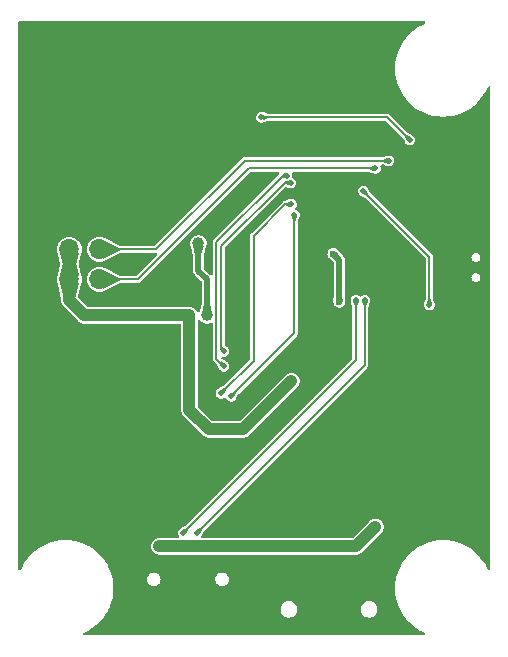
<source format=gbr>
%TF.GenerationSoftware,KiCad,Pcbnew,(7.0.0)*%
%TF.CreationDate,2023-06-08T15:27:57+08:00*%
%TF.ProjectId,Board_Car_V0_2,426f6172-645f-4436-9172-5f56305f322e,rev?*%
%TF.SameCoordinates,Original*%
%TF.FileFunction,Copper,L2,Bot*%
%TF.FilePolarity,Positive*%
%FSLAX46Y46*%
G04 Gerber Fmt 4.6, Leading zero omitted, Abs format (unit mm)*
G04 Created by KiCad (PCBNEW (7.0.0)) date 2023-06-08 15:27:57*
%MOMM*%
%LPD*%
G01*
G04 APERTURE LIST*
%TA.AperFunction,ComponentPad*%
%ADD10O,1.700000X1.700000*%
%TD*%
%TA.AperFunction,ComponentPad*%
%ADD11R,1.700000X1.700000*%
%TD*%
%TA.AperFunction,ComponentPad*%
%ADD12O,1.000000X1.600000*%
%TD*%
%TA.AperFunction,ComponentPad*%
%ADD13O,1.000000X2.100000*%
%TD*%
%TA.AperFunction,ViaPad*%
%ADD14C,0.500000*%
%TD*%
%TA.AperFunction,ViaPad*%
%ADD15C,1.000000*%
%TD*%
%TA.AperFunction,ViaPad*%
%ADD16C,0.600000*%
%TD*%
%TA.AperFunction,Conductor*%
%ADD17C,0.200000*%
%TD*%
%TA.AperFunction,Conductor*%
%ADD18C,1.000000*%
%TD*%
%TA.AperFunction,Conductor*%
%ADD19C,0.500000*%
%TD*%
G04 APERTURE END LIST*
D10*
%TO.P,J2,3,Pin_3*%
%TO.N,/PWM6*%
X167893999Y-67309999D03*
%TO.P,J2,2,Pin_2*%
%TO.N,+BATT*%
X165353999Y-67309999D03*
D11*
%TO.P,J2,1,Pin_1*%
%TO.N,GND*%
X162813999Y-67309999D03*
%TD*%
D10*
%TO.P,J1,3,Pin_3*%
%TO.N,/PWM5*%
X167893999Y-69849999D03*
%TO.P,J1,2,Pin_2*%
%TO.N,+BATT*%
X165353999Y-69849999D03*
D11*
%TO.P,J1,1,Pin_1*%
%TO.N,GND*%
X162813999Y-69849999D03*
%TD*%
D12*
%TO.P,USB1,4,SHELL*%
%TO.N,GND*%
X179706999Y-98929999D03*
D13*
%TO.P,USB1,3,SHELL*%
X179706999Y-94749999D03*
D12*
%TO.P,USB1,2,SHELL*%
X171066999Y-98929999D03*
D13*
%TO.P,USB1,1,SHELL*%
X171066999Y-94749999D03*
%TD*%
D14*
%TO.N,GND*%
X199898000Y-88519000D03*
X199771000Y-87376000D03*
X199898000Y-86233000D03*
X199771000Y-85217000D03*
X198755000Y-85598000D03*
X198882000Y-86487000D03*
X198755000Y-87503000D03*
X198755000Y-88392000D03*
X190246000Y-85852000D03*
X190246000Y-86741000D03*
X190246000Y-87630000D03*
X183896000Y-88900000D03*
X183896000Y-89662000D03*
X183896000Y-90424000D03*
X183896000Y-91186000D03*
X172847000Y-91186000D03*
X171958000Y-91186000D03*
X171069000Y-90932000D03*
X171069000Y-90170000D03*
X171069000Y-89408000D03*
X172212000Y-66548000D03*
X172466000Y-65659000D03*
X171323000Y-66294000D03*
X171069000Y-68834000D03*
X171069000Y-68072000D03*
X170688000Y-74168000D03*
X171069000Y-71501000D03*
X171069000Y-70739000D03*
X172466000Y-79883000D03*
X171704000Y-79883000D03*
X170942000Y-80264000D03*
X170942000Y-81026000D03*
X170942000Y-81788000D03*
X170942000Y-82550000D03*
X170942000Y-83312000D03*
X187833000Y-87630000D03*
X188595000Y-87630000D03*
X186309000Y-87630000D03*
X187071000Y-87630000D03*
X187071000Y-86741000D03*
X187833000Y-86741000D03*
X186309000Y-86741000D03*
X188595000Y-86741000D03*
X188595000Y-85852000D03*
X187833000Y-85852000D03*
X187071000Y-85852000D03*
X186309000Y-85852000D03*
X185039000Y-74549000D03*
X185801000Y-74676000D03*
X186436000Y-74168000D03*
X186436000Y-73406000D03*
X186436000Y-72644000D03*
X186182000Y-77216000D03*
X187071000Y-76454000D03*
X187833000Y-76454000D03*
X188595000Y-76581000D03*
X198882000Y-65913000D03*
X197866000Y-66040000D03*
X196723000Y-66040000D03*
X196977000Y-67437000D03*
X197739000Y-68199000D03*
X198755000Y-68199000D03*
X188468000Y-63500000D03*
X189230000Y-63500000D03*
X189992000Y-63500000D03*
X189992000Y-64262000D03*
X188468000Y-64262000D03*
X189230000Y-64262000D03*
X189484000Y-67691000D03*
X189484000Y-67056000D03*
X181356000Y-51181000D03*
X181356000Y-52705000D03*
X181356000Y-51943000D03*
X180594000Y-51181000D03*
X179832000Y-51181000D03*
X179070000Y-51181000D03*
X178308000Y-51181000D03*
X178308000Y-51943000D03*
X178308000Y-52705000D03*
X187198000Y-70485000D03*
X187198000Y-69723000D03*
X185547000Y-70485000D03*
X185547000Y-69723000D03*
X192024000Y-71374000D03*
X192024000Y-72136000D03*
X191262000Y-72136000D03*
X196596000Y-75565000D03*
X196596000Y-76327000D03*
X196596000Y-77089000D03*
X194818000Y-74676000D03*
X194818000Y-75438000D03*
X194818000Y-76200000D03*
X186309000Y-96266000D03*
X186309000Y-95504000D03*
X186309000Y-94742000D03*
X186309000Y-93980000D03*
X188341000Y-97155000D03*
X187452000Y-97155000D03*
X186436000Y-97155000D03*
X179832000Y-89027000D03*
X180594000Y-89027000D03*
X180340000Y-90805000D03*
X179578000Y-91059000D03*
X178689000Y-91059000D03*
X180721000Y-83693000D03*
X179959000Y-83693000D03*
X179197000Y-83693000D03*
X179832000Y-80899000D03*
X179832000Y-80137000D03*
X180594000Y-80137000D03*
X180594000Y-79375000D03*
X177546000Y-78105000D03*
X178308000Y-78105000D03*
X179197000Y-73914000D03*
X180213000Y-73914000D03*
X176149000Y-70866000D03*
X175895000Y-70104000D03*
X175133000Y-68707000D03*
X178435000Y-63881000D03*
X179197000Y-63881000D03*
X179959000Y-63119000D03*
X179197000Y-63119000D03*
X179959000Y-62357000D03*
X180721000Y-62357000D03*
D15*
%TO.N,+BATT*%
X175514000Y-72898000D03*
X175514000Y-80899000D03*
X184150000Y-78486000D03*
%TO.N,+3.3V*%
X176276000Y-66802000D03*
X177000500Y-72898000D03*
D16*
X187706000Y-67691000D03*
X188214000Y-71755000D03*
D14*
%TO.N,/BUZZ*%
X195834000Y-72009000D03*
X190246000Y-62357000D03*
%TO.N,/PWM5*%
X191262000Y-60452000D03*
%TO.N,/PWM6*%
X192405000Y-59817000D03*
%TO.N,/DP*%
X176149000Y-91313000D03*
%TO.N,/DN*%
X175006000Y-91313000D03*
%TO.N,/DP*%
X190373000Y-71628000D03*
%TO.N,/DN*%
X189611000Y-71628000D03*
%TO.N,/PWM4N*%
X184404000Y-64389000D03*
X179070000Y-79756000D03*
%TO.N,/PWM4P*%
X184150000Y-63500000D03*
X178181000Y-79502000D03*
%TO.N,/PWM1N*%
X178435000Y-75946000D03*
X184096630Y-61668630D03*
%TO.N,/PWM1P*%
X183753322Y-61059168D03*
X178435000Y-77216000D03*
%TO.N,/RF24_MOSI*%
X194183000Y-58039000D03*
X181610000Y-56134000D03*
D15*
%TO.N,VBUS*%
X191262000Y-90805000D03*
X178435000Y-92456000D03*
X172974000Y-92456000D03*
%TD*%
D17*
%TO.N,/PWM4N*%
X179070000Y-79756000D02*
X184404000Y-74422000D01*
X184404000Y-74422000D02*
X184404000Y-64389000D01*
%TO.N,/PWM4P*%
X180956000Y-66186000D02*
X183642000Y-63500000D01*
X180956000Y-76727000D02*
X180956000Y-66186000D01*
X183642000Y-63500000D02*
X184150000Y-63500000D01*
X178181000Y-79502000D02*
X180956000Y-76727000D01*
%TO.N,/PWM1P*%
X183415832Y-61059168D02*
X183753322Y-61059168D01*
X177800000Y-66675000D02*
X183415832Y-61059168D01*
X177800000Y-76581000D02*
X177800000Y-66675000D01*
X178435000Y-77216000D02*
X177800000Y-76581000D01*
D18*
%TO.N,+BATT*%
X180086000Y-82550000D02*
X184150000Y-78486000D01*
X175514000Y-80899000D02*
X177165000Y-82550000D01*
X175514000Y-80899000D02*
X175514000Y-72898000D01*
X177165000Y-82550000D02*
X180086000Y-82550000D01*
D17*
%TO.N,/PWM1N*%
X178200000Y-75711000D02*
X178435000Y-75946000D01*
X178200000Y-67037000D02*
X178200000Y-75711000D01*
X183568370Y-61668630D02*
X178200000Y-67037000D01*
X184096630Y-61668630D02*
X183568370Y-61668630D01*
D19*
%TO.N,+3.3V*%
X177000500Y-69839000D02*
X177000500Y-72898000D01*
X176276000Y-69114500D02*
X177000500Y-69839000D01*
X176276000Y-66802000D02*
X176276000Y-69114500D01*
D17*
%TO.N,/PWM6*%
X172690000Y-67310000D02*
X167894000Y-67310000D01*
X192405000Y-59817000D02*
X180183000Y-59817000D01*
X180183000Y-59817000D02*
X172690000Y-67310000D01*
%TO.N,/PWM5*%
X180548000Y-60452000D02*
X171150000Y-69850000D01*
X191262000Y-60452000D02*
X180548000Y-60452000D01*
X171150000Y-69850000D02*
X167894000Y-69850000D01*
D18*
%TO.N,+BATT*%
X165354000Y-69850000D02*
X165354000Y-67310000D01*
X165354000Y-71628000D02*
X165354000Y-69850000D01*
X166624000Y-72898000D02*
X165354000Y-71628000D01*
X175514000Y-72898000D02*
X166624000Y-72898000D01*
D19*
%TO.N,+3.3V*%
X188214000Y-68199000D02*
X188214000Y-71755000D01*
X187706000Y-67691000D02*
X188214000Y-68199000D01*
D17*
%TO.N,/BUZZ*%
X195834000Y-67945000D02*
X190246000Y-62357000D01*
X195834000Y-72009000D02*
X195834000Y-67945000D01*
%TO.N,/DP*%
X190373000Y-77089000D02*
X176149000Y-91313000D01*
X190373000Y-71628000D02*
X190373000Y-77089000D01*
%TO.N,/DN*%
X189611000Y-76708000D02*
X175006000Y-91313000D01*
X189611000Y-71628000D02*
X189611000Y-76708000D01*
%TO.N,/RF24_MOSI*%
X192278000Y-56134000D02*
X194183000Y-58039000D01*
X181610000Y-56134000D02*
X192278000Y-56134000D01*
D18*
%TO.N,VBUS*%
X189611000Y-92456000D02*
X191262000Y-90805000D01*
X178435000Y-92456000D02*
X189611000Y-92456000D01*
X172974000Y-92456000D02*
X178435000Y-92456000D01*
%TD*%
%TA.AperFunction,Conductor*%
%TO.N,GND*%
G36*
X195435679Y-48018142D02*
G01*
X195481288Y-48066047D01*
X195495781Y-48130584D01*
X195475032Y-48193391D01*
X195424947Y-48236595D01*
X195079258Y-48400092D01*
X195079235Y-48400104D01*
X195076506Y-48401395D01*
X195073897Y-48402958D01*
X195073889Y-48402963D01*
X194735648Y-48605697D01*
X194735638Y-48605703D01*
X194733043Y-48607259D01*
X194730616Y-48609058D01*
X194730607Y-48609065D01*
X194413855Y-48843985D01*
X194411412Y-48845797D01*
X194409160Y-48847837D01*
X194409154Y-48847843D01*
X194116963Y-49112669D01*
X194116953Y-49112678D01*
X194114711Y-49114711D01*
X194112678Y-49116953D01*
X194112669Y-49116963D01*
X193847843Y-49409154D01*
X193847837Y-49409160D01*
X193845797Y-49411412D01*
X193843986Y-49413853D01*
X193843985Y-49413855D01*
X193609065Y-49730607D01*
X193609058Y-49730616D01*
X193607259Y-49733043D01*
X193605703Y-49735638D01*
X193605697Y-49735648D01*
X193402963Y-50073889D01*
X193402958Y-50073897D01*
X193401395Y-50076506D01*
X193400104Y-50079235D01*
X193400092Y-50079258D01*
X193231490Y-50435738D01*
X193231482Y-50435755D01*
X193230188Y-50438493D01*
X193229159Y-50441366D01*
X193229158Y-50441371D01*
X193145649Y-50674764D01*
X193095286Y-50815518D01*
X193094549Y-50818459D01*
X193094546Y-50818470D01*
X192998728Y-51200999D01*
X192997989Y-51203951D01*
X192997545Y-51206939D01*
X192997542Y-51206958D01*
X192939679Y-51597036D01*
X192939677Y-51597054D01*
X192939233Y-51600049D01*
X192939084Y-51603075D01*
X192939083Y-51603089D01*
X192933629Y-51714118D01*
X192919585Y-52000000D01*
X192919734Y-52003033D01*
X192939083Y-52396910D01*
X192939084Y-52396922D01*
X192939233Y-52399951D01*
X192939677Y-52402947D01*
X192939679Y-52402963D01*
X192997542Y-52793041D01*
X192997545Y-52793056D01*
X192997989Y-52796049D01*
X192998727Y-52798996D01*
X192998728Y-52799000D01*
X193092873Y-53174851D01*
X193095286Y-53184482D01*
X193230188Y-53561507D01*
X193231486Y-53564251D01*
X193231490Y-53564261D01*
X193400092Y-53920741D01*
X193400100Y-53920756D01*
X193401395Y-53923494D01*
X193607259Y-54266957D01*
X193845797Y-54588588D01*
X194114711Y-54885289D01*
X194411412Y-55154203D01*
X194733043Y-55392741D01*
X195076506Y-55598605D01*
X195079251Y-55599903D01*
X195079258Y-55599907D01*
X195261285Y-55685999D01*
X195438493Y-55769812D01*
X195815518Y-55904714D01*
X196203951Y-56002011D01*
X196600049Y-56060767D01*
X197000000Y-56080415D01*
X197399951Y-56060767D01*
X197796049Y-56002011D01*
X198184482Y-55904714D01*
X198561507Y-55769812D01*
X198923494Y-55598605D01*
X199266957Y-55392741D01*
X199588588Y-55154203D01*
X199885289Y-54885289D01*
X200154203Y-54588588D01*
X200392741Y-54266957D01*
X200598605Y-53923494D01*
X200763405Y-53575052D01*
X200806609Y-53524968D01*
X200869416Y-53504219D01*
X200933953Y-53518712D01*
X200981858Y-53564321D01*
X200999500Y-53628070D01*
X200999500Y-94371930D01*
X200981858Y-94435679D01*
X200933953Y-94481288D01*
X200869416Y-94495781D01*
X200806609Y-94475032D01*
X200763405Y-94424947D01*
X200599907Y-94079258D01*
X200599903Y-94079251D01*
X200598605Y-94076506D01*
X200392741Y-93733043D01*
X200154203Y-93411412D01*
X199885289Y-93114711D01*
X199588588Y-92845797D01*
X199266957Y-92607259D01*
X198923494Y-92401395D01*
X198920756Y-92400100D01*
X198920741Y-92400092D01*
X198564261Y-92231490D01*
X198564251Y-92231486D01*
X198561507Y-92230188D01*
X198184482Y-92095286D01*
X198181534Y-92094547D01*
X198181529Y-92094546D01*
X197799000Y-91998728D01*
X197798996Y-91998727D01*
X197796049Y-91997989D01*
X197793056Y-91997545D01*
X197793041Y-91997542D01*
X197402963Y-91939679D01*
X197402947Y-91939677D01*
X197399951Y-91939233D01*
X197396922Y-91939084D01*
X197396910Y-91939083D01*
X197003033Y-91919734D01*
X197000000Y-91919585D01*
X196996967Y-91919734D01*
X196603089Y-91939083D01*
X196603075Y-91939084D01*
X196600049Y-91939233D01*
X196597054Y-91939677D01*
X196597036Y-91939679D01*
X196206958Y-91997542D01*
X196206939Y-91997545D01*
X196203951Y-91997989D01*
X196201007Y-91998726D01*
X196200999Y-91998728D01*
X195818470Y-92094546D01*
X195818459Y-92094549D01*
X195815518Y-92095286D01*
X195812651Y-92096311D01*
X195812647Y-92096313D01*
X195441371Y-92229158D01*
X195441366Y-92229159D01*
X195438493Y-92230188D01*
X195435755Y-92231482D01*
X195435738Y-92231490D01*
X195079258Y-92400092D01*
X195079235Y-92400104D01*
X195076506Y-92401395D01*
X195073897Y-92402958D01*
X195073889Y-92402963D01*
X194735648Y-92605697D01*
X194735638Y-92605703D01*
X194733043Y-92607259D01*
X194730616Y-92609058D01*
X194730607Y-92609065D01*
X194413855Y-92843985D01*
X194411412Y-92845797D01*
X194409160Y-92847837D01*
X194409154Y-92847843D01*
X194116963Y-93112669D01*
X194116953Y-93112678D01*
X194114711Y-93114711D01*
X194112678Y-93116953D01*
X194112669Y-93116963D01*
X193847843Y-93409154D01*
X193847837Y-93409160D01*
X193845797Y-93411412D01*
X193843986Y-93413853D01*
X193843985Y-93413855D01*
X193609065Y-93730607D01*
X193609058Y-93730616D01*
X193607259Y-93733043D01*
X193605703Y-93735638D01*
X193605697Y-93735648D01*
X193402963Y-94073889D01*
X193402958Y-94073897D01*
X193401395Y-94076506D01*
X193400104Y-94079235D01*
X193400092Y-94079258D01*
X193231490Y-94435738D01*
X193231482Y-94435755D01*
X193230188Y-94438493D01*
X193229159Y-94441366D01*
X193229158Y-94441371D01*
X193145649Y-94674764D01*
X193095286Y-94815518D01*
X193094549Y-94818459D01*
X193094546Y-94818470D01*
X192998728Y-95200999D01*
X192997989Y-95203951D01*
X192997545Y-95206939D01*
X192997542Y-95206958D01*
X192939679Y-95597036D01*
X192939677Y-95597054D01*
X192939233Y-95600049D01*
X192939084Y-95603075D01*
X192939083Y-95603089D01*
X192928157Y-95825500D01*
X192919585Y-96000000D01*
X192919734Y-96003033D01*
X192939083Y-96396910D01*
X192939084Y-96396922D01*
X192939233Y-96399951D01*
X192939677Y-96402947D01*
X192939679Y-96402963D01*
X192997542Y-96793041D01*
X192997545Y-96793056D01*
X192997989Y-96796049D01*
X192998727Y-96798996D01*
X192998728Y-96799000D01*
X193092873Y-97174851D01*
X193095286Y-97184482D01*
X193230188Y-97561507D01*
X193231486Y-97564251D01*
X193231490Y-97564261D01*
X193400092Y-97920741D01*
X193400100Y-97920756D01*
X193401395Y-97923494D01*
X193607259Y-98266957D01*
X193845797Y-98588588D01*
X194114711Y-98885289D01*
X194411412Y-99154203D01*
X194733043Y-99392741D01*
X195076506Y-99598605D01*
X195079251Y-99599903D01*
X195079258Y-99599907D01*
X195424947Y-99763405D01*
X195475032Y-99806609D01*
X195495781Y-99869416D01*
X195481288Y-99933953D01*
X195435679Y-99981858D01*
X195371930Y-99999500D01*
X166628070Y-99999500D01*
X166564321Y-99981858D01*
X166518712Y-99933953D01*
X166504219Y-99869416D01*
X166524968Y-99806609D01*
X166575053Y-99763405D01*
X166746978Y-99682091D01*
X166923494Y-99598605D01*
X167266957Y-99392741D01*
X167588588Y-99154203D01*
X167885289Y-98885289D01*
X168154203Y-98588588D01*
X168392741Y-98266957D01*
X168598605Y-97923494D01*
X168621514Y-97875056D01*
X183224500Y-97875056D01*
X183226293Y-97882332D01*
X183226294Y-97882337D01*
X183251594Y-97984984D01*
X183265210Y-98040225D01*
X183268693Y-98046862D01*
X183268695Y-98046866D01*
X183296542Y-98099923D01*
X183344266Y-98190852D01*
X183457071Y-98318183D01*
X183597070Y-98414818D01*
X183756128Y-98475140D01*
X183882628Y-98490500D01*
X183963623Y-98490500D01*
X183967372Y-98490500D01*
X184093872Y-98475140D01*
X184252930Y-98414818D01*
X184392929Y-98318183D01*
X184505734Y-98190852D01*
X184584790Y-98040225D01*
X184625500Y-97875056D01*
X190024500Y-97875056D01*
X190026293Y-97882332D01*
X190026294Y-97882337D01*
X190051594Y-97984984D01*
X190065210Y-98040225D01*
X190068693Y-98046862D01*
X190068695Y-98046866D01*
X190096542Y-98099923D01*
X190144266Y-98190852D01*
X190257071Y-98318183D01*
X190397070Y-98414818D01*
X190556128Y-98475140D01*
X190682628Y-98490500D01*
X190763623Y-98490500D01*
X190767372Y-98490500D01*
X190893872Y-98475140D01*
X191052930Y-98414818D01*
X191192929Y-98318183D01*
X191305734Y-98190852D01*
X191384790Y-98040225D01*
X191425500Y-97875056D01*
X191425500Y-97704944D01*
X191384790Y-97539775D01*
X191305734Y-97389148D01*
X191192929Y-97261817D01*
X191186760Y-97257558D01*
X191186758Y-97257557D01*
X191059106Y-97169445D01*
X191059105Y-97169444D01*
X191052930Y-97165182D01*
X191045915Y-97162521D01*
X191045912Y-97162520D01*
X190900888Y-97107520D01*
X190900882Y-97107518D01*
X190893872Y-97104860D01*
X190886427Y-97103956D01*
X190886423Y-97103955D01*
X190771092Y-97089951D01*
X190771080Y-97089950D01*
X190767372Y-97089500D01*
X190682628Y-97089500D01*
X190678920Y-97089950D01*
X190678907Y-97089951D01*
X190563576Y-97103955D01*
X190563570Y-97103956D01*
X190556128Y-97104860D01*
X190549119Y-97107517D01*
X190549111Y-97107520D01*
X190404087Y-97162520D01*
X190404081Y-97162523D01*
X190397070Y-97165182D01*
X190390897Y-97169442D01*
X190390893Y-97169445D01*
X190263241Y-97257557D01*
X190263235Y-97257562D01*
X190257071Y-97261817D01*
X190252099Y-97267428D01*
X190252098Y-97267430D01*
X190149241Y-97383531D01*
X190149236Y-97383537D01*
X190144266Y-97389148D01*
X190140780Y-97395788D01*
X190140779Y-97395791D01*
X190068695Y-97533133D01*
X190068692Y-97533140D01*
X190065210Y-97539775D01*
X190063416Y-97547050D01*
X190063415Y-97547055D01*
X190026294Y-97697662D01*
X190026293Y-97697668D01*
X190024500Y-97704944D01*
X190024500Y-97875056D01*
X184625500Y-97875056D01*
X184625500Y-97704944D01*
X184584790Y-97539775D01*
X184505734Y-97389148D01*
X184392929Y-97261817D01*
X184386760Y-97257558D01*
X184386758Y-97257557D01*
X184259106Y-97169445D01*
X184259105Y-97169444D01*
X184252930Y-97165182D01*
X184245915Y-97162521D01*
X184245912Y-97162520D01*
X184100888Y-97107520D01*
X184100882Y-97107518D01*
X184093872Y-97104860D01*
X184086427Y-97103956D01*
X184086423Y-97103955D01*
X183971092Y-97089951D01*
X183971080Y-97089950D01*
X183967372Y-97089500D01*
X183882628Y-97089500D01*
X183878920Y-97089950D01*
X183878907Y-97089951D01*
X183763576Y-97103955D01*
X183763570Y-97103956D01*
X183756128Y-97104860D01*
X183749119Y-97107517D01*
X183749111Y-97107520D01*
X183604087Y-97162520D01*
X183604081Y-97162523D01*
X183597070Y-97165182D01*
X183590897Y-97169442D01*
X183590893Y-97169445D01*
X183463241Y-97257557D01*
X183463235Y-97257562D01*
X183457071Y-97261817D01*
X183452099Y-97267428D01*
X183452098Y-97267430D01*
X183349241Y-97383531D01*
X183349236Y-97383537D01*
X183344266Y-97389148D01*
X183340780Y-97395788D01*
X183340779Y-97395791D01*
X183268695Y-97533133D01*
X183268692Y-97533140D01*
X183265210Y-97539775D01*
X183263416Y-97547050D01*
X183263415Y-97547055D01*
X183226294Y-97697662D01*
X183226293Y-97697668D01*
X183224500Y-97704944D01*
X183224500Y-97875056D01*
X168621514Y-97875056D01*
X168769812Y-97561507D01*
X168904714Y-97184482D01*
X169002011Y-96796049D01*
X169060767Y-96399951D01*
X169080415Y-96000000D01*
X169060767Y-95600049D01*
X169008842Y-95250000D01*
X171916534Y-95250000D01*
X171917595Y-95258059D01*
X171935251Y-95392176D01*
X171935252Y-95392182D01*
X171936313Y-95400236D01*
X171939422Y-95407742D01*
X171939423Y-95407745D01*
X171949457Y-95431968D01*
X171994302Y-95540233D01*
X171999245Y-95546674D01*
X171999248Y-95546680D01*
X172042438Y-95602965D01*
X172086549Y-95660451D01*
X172092991Y-95665394D01*
X172200319Y-95747751D01*
X172200322Y-95747753D01*
X172206767Y-95752698D01*
X172346764Y-95810687D01*
X172459280Y-95825500D01*
X172530667Y-95825500D01*
X172534720Y-95825500D01*
X172647236Y-95810687D01*
X172787233Y-95752698D01*
X172907451Y-95660451D01*
X172999698Y-95540233D01*
X173057687Y-95400236D01*
X173077466Y-95250000D01*
X177696534Y-95250000D01*
X177697595Y-95258059D01*
X177715251Y-95392176D01*
X177715252Y-95392182D01*
X177716313Y-95400236D01*
X177719422Y-95407742D01*
X177719423Y-95407745D01*
X177729457Y-95431968D01*
X177774302Y-95540233D01*
X177779245Y-95546674D01*
X177779248Y-95546680D01*
X177822438Y-95602965D01*
X177866549Y-95660451D01*
X177872991Y-95665394D01*
X177980319Y-95747751D01*
X177980322Y-95747753D01*
X177986767Y-95752698D01*
X178126764Y-95810687D01*
X178239280Y-95825500D01*
X178310667Y-95825500D01*
X178314720Y-95825500D01*
X178427236Y-95810687D01*
X178567233Y-95752698D01*
X178687451Y-95660451D01*
X178779698Y-95540233D01*
X178837687Y-95400236D01*
X178857466Y-95250000D01*
X178837687Y-95099764D01*
X178779698Y-94959767D01*
X178774753Y-94953322D01*
X178774751Y-94953319D01*
X178692394Y-94845991D01*
X178687451Y-94839549D01*
X178668685Y-94825149D01*
X178573680Y-94752248D01*
X178573674Y-94752245D01*
X178567233Y-94747302D01*
X178559724Y-94744191D01*
X178559723Y-94744191D01*
X178434745Y-94692423D01*
X178434742Y-94692422D01*
X178427236Y-94689313D01*
X178419182Y-94688252D01*
X178419176Y-94688251D01*
X178318739Y-94675029D01*
X178318737Y-94675028D01*
X178314720Y-94674500D01*
X178239280Y-94674500D01*
X178235263Y-94675028D01*
X178235260Y-94675029D01*
X178134823Y-94688251D01*
X178134815Y-94688252D01*
X178126764Y-94689313D01*
X178119259Y-94692421D01*
X178119254Y-94692423D01*
X177994276Y-94744191D01*
X177994272Y-94744193D01*
X177986767Y-94747302D01*
X177980328Y-94752242D01*
X177980319Y-94752248D01*
X177872991Y-94834605D01*
X177872987Y-94834608D01*
X177866549Y-94839549D01*
X177861608Y-94845987D01*
X177861605Y-94845991D01*
X177779248Y-94953319D01*
X177779242Y-94953328D01*
X177774302Y-94959767D01*
X177771193Y-94967272D01*
X177771191Y-94967276D01*
X177719423Y-95092254D01*
X177719421Y-95092259D01*
X177716313Y-95099764D01*
X177715252Y-95107815D01*
X177715251Y-95107823D01*
X177697760Y-95240683D01*
X177696534Y-95250000D01*
X173077466Y-95250000D01*
X173057687Y-95099764D01*
X172999698Y-94959767D01*
X172994753Y-94953322D01*
X172994751Y-94953319D01*
X172912394Y-94845991D01*
X172907451Y-94839549D01*
X172888685Y-94825149D01*
X172793680Y-94752248D01*
X172793674Y-94752245D01*
X172787233Y-94747302D01*
X172779724Y-94744191D01*
X172779723Y-94744191D01*
X172654745Y-94692423D01*
X172654742Y-94692422D01*
X172647236Y-94689313D01*
X172639182Y-94688252D01*
X172639176Y-94688251D01*
X172538739Y-94675029D01*
X172538737Y-94675028D01*
X172534720Y-94674500D01*
X172459280Y-94674500D01*
X172455263Y-94675028D01*
X172455260Y-94675029D01*
X172354823Y-94688251D01*
X172354815Y-94688252D01*
X172346764Y-94689313D01*
X172339259Y-94692421D01*
X172339254Y-94692423D01*
X172214276Y-94744191D01*
X172214272Y-94744193D01*
X172206767Y-94747302D01*
X172200328Y-94752242D01*
X172200319Y-94752248D01*
X172092991Y-94834605D01*
X172092987Y-94834608D01*
X172086549Y-94839549D01*
X172081608Y-94845987D01*
X172081605Y-94845991D01*
X171999248Y-94953319D01*
X171999242Y-94953328D01*
X171994302Y-94959767D01*
X171991193Y-94967272D01*
X171991191Y-94967276D01*
X171939423Y-95092254D01*
X171939421Y-95092259D01*
X171936313Y-95099764D01*
X171935252Y-95107815D01*
X171935251Y-95107823D01*
X171917760Y-95240683D01*
X171916534Y-95250000D01*
X169008842Y-95250000D01*
X169002011Y-95203951D01*
X168904714Y-94815518D01*
X168769812Y-94438493D01*
X168738330Y-94371930D01*
X168599907Y-94079258D01*
X168599903Y-94079251D01*
X168598605Y-94076506D01*
X168392741Y-93733043D01*
X168154203Y-93411412D01*
X167885289Y-93114711D01*
X167588588Y-92845797D01*
X167266957Y-92607259D01*
X167014597Y-92456000D01*
X172268355Y-92456000D01*
X172269259Y-92463445D01*
X172272596Y-92490927D01*
X172273500Y-92505874D01*
X172273500Y-92541056D01*
X172275293Y-92548333D01*
X172275294Y-92548336D01*
X172281920Y-92575219D01*
X172284617Y-92589941D01*
X172287954Y-92617422D01*
X172287956Y-92617432D01*
X172288860Y-92624872D01*
X172291517Y-92631878D01*
X172291518Y-92631882D01*
X172301337Y-92657773D01*
X172305789Y-92672063D01*
X172314210Y-92706225D01*
X172317695Y-92712865D01*
X172330559Y-92737376D01*
X172336702Y-92751026D01*
X172346521Y-92776915D01*
X172349182Y-92783930D01*
X172353442Y-92790101D01*
X172369173Y-92812892D01*
X172376917Y-92825703D01*
X172389778Y-92850208D01*
X172389781Y-92850213D01*
X172393266Y-92856852D01*
X172416591Y-92883181D01*
X172425824Y-92894966D01*
X172441553Y-92917753D01*
X172441556Y-92917757D01*
X172445817Y-92923929D01*
X172451430Y-92928901D01*
X172451433Y-92928905D01*
X172472149Y-92947257D01*
X172482740Y-92957848D01*
X172501096Y-92978568D01*
X172501098Y-92978570D01*
X172506071Y-92984183D01*
X172535034Y-93004175D01*
X172546813Y-93013404D01*
X172554796Y-93020476D01*
X172573148Y-93036734D01*
X172604297Y-93053082D01*
X172617112Y-93060829D01*
X172646070Y-93080818D01*
X172678982Y-93093299D01*
X172692609Y-93099432D01*
X172723775Y-93115790D01*
X172757952Y-93124213D01*
X172772228Y-93128663D01*
X172805128Y-93141140D01*
X172840055Y-93145380D01*
X172854779Y-93148078D01*
X172888944Y-93156500D01*
X172931628Y-93156500D01*
X173059056Y-93156500D01*
X178349944Y-93156500D01*
X178392628Y-93156500D01*
X178477372Y-93156500D01*
X178520056Y-93156500D01*
X189586079Y-93156500D01*
X189593566Y-93156725D01*
X189653606Y-93160358D01*
X189712782Y-93149513D01*
X189720181Y-93148387D01*
X189779872Y-93141140D01*
X189789332Y-93137551D01*
X189810959Y-93131522D01*
X189820932Y-93129695D01*
X189875808Y-93104996D01*
X189882673Y-93102152D01*
X189938930Y-93080818D01*
X189947264Y-93075064D01*
X189966821Y-93064034D01*
X189976057Y-93059878D01*
X190023413Y-93022775D01*
X190029420Y-93018355D01*
X190078929Y-92984183D01*
X190118822Y-92939151D01*
X190123924Y-92933731D01*
X191739723Y-91317931D01*
X191745142Y-91312829D01*
X191790183Y-91272929D01*
X191824366Y-91223405D01*
X191828779Y-91217407D01*
X191865878Y-91170056D01*
X191870034Y-91160820D01*
X191881061Y-91141269D01*
X191886818Y-91132930D01*
X191908147Y-91076686D01*
X191911001Y-91069795D01*
X191935695Y-91014931D01*
X191937522Y-91004957D01*
X191943548Y-90983340D01*
X191947140Y-90973872D01*
X191954387Y-90914175D01*
X191955510Y-90906798D01*
X191966358Y-90847606D01*
X191965746Y-90837495D01*
X191966424Y-90815046D01*
X191967645Y-90805000D01*
X191960392Y-90745273D01*
X191959716Y-90737830D01*
X191958759Y-90722002D01*
X191956086Y-90677804D01*
X191953071Y-90668128D01*
X191948361Y-90646188D01*
X191947140Y-90636128D01*
X191925806Y-90579876D01*
X191923372Y-90572820D01*
X191907708Y-90522552D01*
X191905478Y-90515394D01*
X191900233Y-90506718D01*
X191890410Y-90486543D01*
X191886818Y-90477070D01*
X191852636Y-90427549D01*
X191848586Y-90421284D01*
X191821351Y-90376231D01*
X191821349Y-90376229D01*
X191817472Y-90369815D01*
X191810306Y-90362649D01*
X191795936Y-90345406D01*
X191794442Y-90343242D01*
X191790183Y-90337071D01*
X191745170Y-90297193D01*
X191739716Y-90292059D01*
X191702488Y-90254831D01*
X191702488Y-90254830D01*
X191697185Y-90249528D01*
X191690682Y-90245597D01*
X191688503Y-90244279D01*
X191670434Y-90230983D01*
X191668464Y-90229237D01*
X191668459Y-90229234D01*
X191662852Y-90224266D01*
X191609590Y-90196311D01*
X191603096Y-90192648D01*
X191551606Y-90161522D01*
X191544446Y-90159290D01*
X191544444Y-90159290D01*
X191541925Y-90158505D01*
X191521198Y-90149919D01*
X191518871Y-90148697D01*
X191518862Y-90148693D01*
X191512225Y-90145210D01*
X191468290Y-90134381D01*
X191453823Y-90130815D01*
X191446610Y-90128804D01*
X191396355Y-90113144D01*
X191396349Y-90113142D01*
X191389196Y-90110914D01*
X191381713Y-90110461D01*
X191381708Y-90110460D01*
X191379072Y-90110301D01*
X191356911Y-90106928D01*
X191354338Y-90106294D01*
X191354333Y-90106293D01*
X191347056Y-90104500D01*
X191339559Y-90104500D01*
X191286921Y-90104500D01*
X191279433Y-90104274D01*
X191226881Y-90101094D01*
X191226873Y-90101094D01*
X191219394Y-90100642D01*
X191212017Y-90101993D01*
X191212014Y-90101994D01*
X191209424Y-90102469D01*
X191187073Y-90104500D01*
X191176944Y-90104500D01*
X191169664Y-90106294D01*
X191169658Y-90106295D01*
X191118560Y-90118889D01*
X191111240Y-90120461D01*
X191059438Y-90129954D01*
X191059433Y-90129955D01*
X191052069Y-90131305D01*
X191045237Y-90134379D01*
X191045232Y-90134381D01*
X191042819Y-90135467D01*
X191021618Y-90142783D01*
X191019057Y-90143414D01*
X191019050Y-90143416D01*
X191011775Y-90145210D01*
X191005137Y-90148693D01*
X191005131Y-90148696D01*
X190958522Y-90173158D01*
X190951792Y-90176436D01*
X190903780Y-90198045D01*
X190903778Y-90198046D01*
X190896944Y-90201122D01*
X190891045Y-90205742D01*
X190891037Y-90205748D01*
X190888959Y-90207377D01*
X190870131Y-90219550D01*
X190867795Y-90220775D01*
X190867782Y-90220783D01*
X190861148Y-90224266D01*
X190855537Y-90229236D01*
X190855528Y-90229243D01*
X190816120Y-90264155D01*
X190810374Y-90268944D01*
X190799590Y-90277393D01*
X190799579Y-90277402D01*
X190796634Y-90279710D01*
X190793991Y-90282351D01*
X190793976Y-90282366D01*
X190784292Y-90292050D01*
X190778847Y-90297176D01*
X190739427Y-90332099D01*
X190739419Y-90332107D01*
X190733817Y-90337071D01*
X190729561Y-90343236D01*
X190729556Y-90343242D01*
X190728053Y-90345420D01*
X190713691Y-90362651D01*
X189357162Y-91719181D01*
X189316934Y-91746061D01*
X189269481Y-91755500D01*
X178520056Y-91755500D01*
X178477372Y-91755500D01*
X176631229Y-91755500D01*
X176567956Y-91738142D01*
X176522397Y-91690927D01*
X176507308Y-91627075D01*
X176526748Y-91564987D01*
X176531882Y-91559063D01*
X176548204Y-91523321D01*
X176562901Y-91498987D01*
X176567883Y-91492543D01*
X176739993Y-91155508D01*
X176762742Y-91124227D01*
X190548823Y-77338146D01*
X190551522Y-77335798D01*
X190557228Y-77332958D01*
X190588487Y-77298667D01*
X190592402Y-77294567D01*
X190605174Y-77281797D01*
X190608422Y-77277054D01*
X190608965Y-77276401D01*
X190612733Y-77272072D01*
X190625174Y-77258425D01*
X190625173Y-77258425D01*
X190632916Y-77249933D01*
X190637067Y-77239214D01*
X190641070Y-77232751D01*
X190643088Y-77228923D01*
X190646162Y-77221960D01*
X190652657Y-77212480D01*
X190658774Y-77186471D01*
X190663843Y-77170097D01*
X190673500Y-77145173D01*
X190673500Y-77133680D01*
X190674895Y-77126218D01*
X190675396Y-77121904D01*
X190675747Y-77114308D01*
X190678379Y-77103119D01*
X190674689Y-77076667D01*
X190673500Y-77059535D01*
X190673500Y-72195473D01*
X190679534Y-72157262D01*
X190723897Y-72020305D01*
X190796152Y-71797238D01*
X190796885Y-71791505D01*
X190797229Y-71789971D01*
X190805442Y-71765542D01*
X190809697Y-71756226D01*
X190828133Y-71628000D01*
X190809697Y-71499774D01*
X190755882Y-71381937D01*
X190671049Y-71284033D01*
X190663589Y-71279238D01*
X190663587Y-71279237D01*
X190616559Y-71249014D01*
X190562069Y-71213996D01*
X190553555Y-71211496D01*
X190446284Y-71179999D01*
X190446282Y-71179998D01*
X190437772Y-71177500D01*
X190308228Y-71177500D01*
X190299718Y-71179998D01*
X190299715Y-71179999D01*
X190192444Y-71211496D01*
X190192441Y-71211497D01*
X190183931Y-71213996D01*
X190176468Y-71218791D01*
X190176468Y-71218792D01*
X190082408Y-71279240D01*
X190082404Y-71279242D01*
X190074951Y-71284033D01*
X190071375Y-71288159D01*
X190021233Y-71314009D01*
X189962767Y-71314009D01*
X189912624Y-71288159D01*
X189909049Y-71284033D01*
X189800069Y-71213996D01*
X189791555Y-71211496D01*
X189684284Y-71179999D01*
X189684282Y-71179998D01*
X189675772Y-71177500D01*
X189546228Y-71177500D01*
X189537718Y-71179998D01*
X189537715Y-71179999D01*
X189430444Y-71211496D01*
X189430441Y-71211497D01*
X189421931Y-71213996D01*
X189414468Y-71218791D01*
X189414468Y-71218792D01*
X189320412Y-71279237D01*
X189320409Y-71279240D01*
X189312951Y-71284033D01*
X189307146Y-71290732D01*
X189307143Y-71290735D01*
X189233922Y-71375237D01*
X189233917Y-71375243D01*
X189228118Y-71381937D01*
X189224438Y-71389994D01*
X189224434Y-71390001D01*
X189183453Y-71479738D01*
X189174303Y-71499774D01*
X189173041Y-71508547D01*
X189173040Y-71508553D01*
X189162533Y-71581634D01*
X189155867Y-71628000D01*
X189174303Y-71756226D01*
X189178559Y-71765547D01*
X189186769Y-71789965D01*
X189187114Y-71791509D01*
X189187848Y-71797238D01*
X189189625Y-71802724D01*
X189189626Y-71802728D01*
X189304466Y-72157259D01*
X189310500Y-72195470D01*
X189310500Y-76532167D01*
X189301061Y-76579620D01*
X189274181Y-76619848D01*
X175194778Y-90699249D01*
X175163492Y-90722002D01*
X174831581Y-90891498D01*
X174831574Y-90891502D01*
X174826452Y-90894118D01*
X174823683Y-90896257D01*
X174820645Y-90897904D01*
X174816931Y-90898996D01*
X174809484Y-90903781D01*
X174809477Y-90903785D01*
X174715412Y-90964237D01*
X174715406Y-90964241D01*
X174707951Y-90969033D01*
X174702146Y-90975732D01*
X174702143Y-90975735D01*
X174628922Y-91060237D01*
X174628917Y-91060243D01*
X174623118Y-91066937D01*
X174619438Y-91074994D01*
X174619434Y-91075001D01*
X174572988Y-91176704D01*
X174569303Y-91184774D01*
X174568041Y-91193547D01*
X174568040Y-91193553D01*
X174556628Y-91272929D01*
X174550867Y-91313000D01*
X174552129Y-91321777D01*
X174568040Y-91432446D01*
X174568041Y-91432450D01*
X174569303Y-91441226D01*
X174623118Y-91559063D01*
X174628252Y-91564988D01*
X174647692Y-91627076D01*
X174632603Y-91690928D01*
X174587044Y-91738142D01*
X174523771Y-91755500D01*
X173059056Y-91755500D01*
X172888944Y-91755500D01*
X172881669Y-91757293D01*
X172881661Y-91757294D01*
X172854779Y-91763920D01*
X172840058Y-91766617D01*
X172812581Y-91769953D01*
X172812565Y-91769956D01*
X172805128Y-91770860D01*
X172798114Y-91773519D01*
X172798109Y-91773521D01*
X172772226Y-91783336D01*
X172757941Y-91787787D01*
X172731059Y-91794413D01*
X172731047Y-91794417D01*
X172723775Y-91796210D01*
X172717145Y-91799689D01*
X172717133Y-91799694D01*
X172692614Y-91812563D01*
X172678965Y-91818705D01*
X172646070Y-91831182D01*
X172639907Y-91835435D01*
X172639899Y-91835440D01*
X172617107Y-91851172D01*
X172604301Y-91858913D01*
X172579790Y-91871778D01*
X172579778Y-91871785D01*
X172573148Y-91875266D01*
X172567539Y-91880234D01*
X172567533Y-91880239D01*
X172546807Y-91898599D01*
X172535029Y-91907827D01*
X172512243Y-91923556D01*
X172512240Y-91923558D01*
X172506071Y-91927817D01*
X172501097Y-91933430D01*
X172501096Y-91933432D01*
X172482735Y-91954156D01*
X172472156Y-91964735D01*
X172451432Y-91983096D01*
X172445817Y-91988071D01*
X172441558Y-91994240D01*
X172441556Y-91994243D01*
X172425827Y-92017029D01*
X172416599Y-92028807D01*
X172398239Y-92049533D01*
X172398234Y-92049539D01*
X172393266Y-92055148D01*
X172389785Y-92061778D01*
X172389778Y-92061790D01*
X172376913Y-92086301D01*
X172369172Y-92099107D01*
X172353440Y-92121899D01*
X172353435Y-92121907D01*
X172349182Y-92128070D01*
X172346524Y-92135077D01*
X172346524Y-92135078D01*
X172336706Y-92160965D01*
X172330563Y-92174614D01*
X172317694Y-92199133D01*
X172317689Y-92199145D01*
X172314210Y-92205775D01*
X172312417Y-92213047D01*
X172312413Y-92213059D01*
X172305787Y-92239941D01*
X172301336Y-92254226D01*
X172291521Y-92280109D01*
X172291519Y-92280114D01*
X172288860Y-92287128D01*
X172287956Y-92294565D01*
X172287953Y-92294581D01*
X172284617Y-92322058D01*
X172281920Y-92336779D01*
X172275294Y-92363661D01*
X172275293Y-92363669D01*
X172273500Y-92370944D01*
X172273500Y-92378445D01*
X172273500Y-92406126D01*
X172272596Y-92421072D01*
X172268355Y-92456000D01*
X167014597Y-92456000D01*
X166923494Y-92401395D01*
X166920756Y-92400100D01*
X166920741Y-92400092D01*
X166564261Y-92231490D01*
X166564251Y-92231486D01*
X166561507Y-92230188D01*
X166184482Y-92095286D01*
X166181534Y-92094547D01*
X166181529Y-92094546D01*
X165799000Y-91998728D01*
X165798996Y-91998727D01*
X165796049Y-91997989D01*
X165793056Y-91997545D01*
X165793041Y-91997542D01*
X165402963Y-91939679D01*
X165402947Y-91939677D01*
X165399951Y-91939233D01*
X165396922Y-91939084D01*
X165396910Y-91939083D01*
X165003033Y-91919734D01*
X165000000Y-91919585D01*
X164996967Y-91919734D01*
X164603089Y-91939083D01*
X164603075Y-91939084D01*
X164600049Y-91939233D01*
X164597054Y-91939677D01*
X164597036Y-91939679D01*
X164206958Y-91997542D01*
X164206939Y-91997545D01*
X164203951Y-91997989D01*
X164201007Y-91998726D01*
X164200999Y-91998728D01*
X163818470Y-92094546D01*
X163818459Y-92094549D01*
X163815518Y-92095286D01*
X163812651Y-92096311D01*
X163812647Y-92096313D01*
X163441371Y-92229158D01*
X163441366Y-92229159D01*
X163438493Y-92230188D01*
X163435755Y-92231482D01*
X163435738Y-92231490D01*
X163079258Y-92400092D01*
X163079235Y-92400104D01*
X163076506Y-92401395D01*
X163073897Y-92402958D01*
X163073889Y-92402963D01*
X162735648Y-92605697D01*
X162735638Y-92605703D01*
X162733043Y-92607259D01*
X162730616Y-92609058D01*
X162730607Y-92609065D01*
X162413855Y-92843985D01*
X162411412Y-92845797D01*
X162409160Y-92847837D01*
X162409154Y-92847843D01*
X162116963Y-93112669D01*
X162116953Y-93112678D01*
X162114711Y-93114711D01*
X162112678Y-93116953D01*
X162112669Y-93116963D01*
X161847843Y-93409154D01*
X161847837Y-93409160D01*
X161845797Y-93411412D01*
X161843986Y-93413853D01*
X161843985Y-93413855D01*
X161609065Y-93730607D01*
X161609058Y-93730616D01*
X161607259Y-93733043D01*
X161605703Y-93735638D01*
X161605697Y-93735648D01*
X161402963Y-94073889D01*
X161402958Y-94073897D01*
X161401395Y-94076506D01*
X161400104Y-94079235D01*
X161400092Y-94079258D01*
X161236595Y-94424947D01*
X161193391Y-94475032D01*
X161130584Y-94495781D01*
X161066047Y-94481288D01*
X161018142Y-94435679D01*
X161000500Y-94371930D01*
X161000500Y-69850000D01*
X164298417Y-69850000D01*
X164299014Y-69856061D01*
X164318102Y-70049869D01*
X164318700Y-70055934D01*
X164320464Y-70061751D01*
X164320466Y-70061758D01*
X164366402Y-70213191D01*
X164369202Y-70226561D01*
X164369454Y-70226509D01*
X164650685Y-71581634D01*
X164653046Y-71614316D01*
X164650094Y-71663115D01*
X164650094Y-71663124D01*
X164649642Y-71670606D01*
X164650993Y-71677982D01*
X164650994Y-71677987D01*
X164660483Y-71729771D01*
X164661610Y-71737171D01*
X164667955Y-71789425D01*
X164667956Y-71789430D01*
X164668860Y-71796872D01*
X164671519Y-71803885D01*
X164671521Y-71803891D01*
X164672450Y-71806340D01*
X164678475Y-71827952D01*
X164678951Y-71830551D01*
X164678954Y-71830560D01*
X164680305Y-71837932D01*
X164683382Y-71844769D01*
X164683383Y-71844772D01*
X164704991Y-71892784D01*
X164707857Y-71899702D01*
X164729182Y-71955930D01*
X164733442Y-71962102D01*
X164733445Y-71962107D01*
X164734937Y-71964268D01*
X164745959Y-71983810D01*
X164747039Y-71986210D01*
X164747044Y-71986219D01*
X164750122Y-71993057D01*
X164754745Y-71998958D01*
X164754747Y-71998961D01*
X164787216Y-72040404D01*
X164791636Y-72046410D01*
X164825817Y-72095929D01*
X164870847Y-72135822D01*
X164876282Y-72140939D01*
X166111059Y-73375716D01*
X166116193Y-73381170D01*
X166156071Y-73426183D01*
X166205577Y-73460355D01*
X166211597Y-73464785D01*
X166258943Y-73501878D01*
X166265783Y-73504956D01*
X166265784Y-73504957D01*
X166268181Y-73506036D01*
X166287730Y-73517061D01*
X166296070Y-73522818D01*
X166352301Y-73544143D01*
X166359223Y-73547010D01*
X166414068Y-73571694D01*
X166424035Y-73573520D01*
X166445653Y-73579547D01*
X166448113Y-73580480D01*
X166448116Y-73580480D01*
X166455128Y-73583140D01*
X166512602Y-73590118D01*
X166514830Y-73590389D01*
X166522235Y-73591516D01*
X166538066Y-73594416D01*
X166581394Y-73602357D01*
X166641422Y-73598726D01*
X166648910Y-73598500D01*
X174689500Y-73598500D01*
X174751500Y-73615113D01*
X174796887Y-73660500D01*
X174813500Y-73722500D01*
X174813500Y-80849126D01*
X174812596Y-80864072D01*
X174808355Y-80899000D01*
X174809259Y-80906446D01*
X174809259Y-80906454D01*
X174809576Y-80909067D01*
X174810254Y-80931474D01*
X174810094Y-80934114D01*
X174810094Y-80934122D01*
X174809642Y-80941606D01*
X174810993Y-80948982D01*
X174810994Y-80948987D01*
X174820483Y-81000771D01*
X174821610Y-81008171D01*
X174827955Y-81060425D01*
X174827956Y-81060430D01*
X174828860Y-81067872D01*
X174831519Y-81074885D01*
X174831521Y-81074891D01*
X174832450Y-81077340D01*
X174838475Y-81098952D01*
X174838951Y-81101551D01*
X174838954Y-81101560D01*
X174840305Y-81108932D01*
X174843382Y-81115769D01*
X174843383Y-81115772D01*
X174864991Y-81163784D01*
X174867857Y-81170702D01*
X174889182Y-81226930D01*
X174893442Y-81233102D01*
X174893445Y-81233107D01*
X174894937Y-81235268D01*
X174905959Y-81254810D01*
X174907039Y-81257210D01*
X174907044Y-81257219D01*
X174910122Y-81264057D01*
X174914745Y-81269958D01*
X174914747Y-81269961D01*
X174947216Y-81311404D01*
X174951636Y-81317410D01*
X174985817Y-81366929D01*
X175030847Y-81406822D01*
X175036282Y-81411939D01*
X176652052Y-83027708D01*
X176657186Y-83033162D01*
X176697071Y-83078183D01*
X176703243Y-83082443D01*
X176703244Y-83082444D01*
X176746573Y-83112352D01*
X176752603Y-83116788D01*
X176799944Y-83153878D01*
X176809180Y-83158034D01*
X176828727Y-83169059D01*
X176837070Y-83174818D01*
X176893214Y-83196110D01*
X176893298Y-83196142D01*
X176900220Y-83199009D01*
X176955069Y-83223695D01*
X176965041Y-83225522D01*
X176986656Y-83231547D01*
X176996128Y-83235140D01*
X177053831Y-83242146D01*
X177055815Y-83242387D01*
X177063222Y-83243514D01*
X177122394Y-83254358D01*
X177182433Y-83250725D01*
X177189921Y-83250500D01*
X180061079Y-83250500D01*
X180068566Y-83250725D01*
X180128606Y-83254358D01*
X180187782Y-83243513D01*
X180195181Y-83242387D01*
X180254872Y-83235140D01*
X180264332Y-83231551D01*
X180285959Y-83225522D01*
X180295932Y-83223695D01*
X180350808Y-83198996D01*
X180357673Y-83196152D01*
X180413930Y-83174818D01*
X180422264Y-83169064D01*
X180441821Y-83158034D01*
X180451057Y-83153878D01*
X180498413Y-83116775D01*
X180504426Y-83112352D01*
X180553929Y-83078183D01*
X180593822Y-83033151D01*
X180598924Y-83027731D01*
X184627731Y-78998924D01*
X184633151Y-78993822D01*
X184678183Y-78953929D01*
X184712355Y-78904420D01*
X184716775Y-78898413D01*
X184753878Y-78851057D01*
X184758034Y-78841821D01*
X184769064Y-78822264D01*
X184774818Y-78813930D01*
X184796145Y-78757690D01*
X184799010Y-78750776D01*
X184823695Y-78695931D01*
X184825522Y-78685957D01*
X184831548Y-78664340D01*
X184835140Y-78654872D01*
X184842387Y-78595175D01*
X184843510Y-78587798D01*
X184854358Y-78528606D01*
X184853746Y-78518495D01*
X184854424Y-78496046D01*
X184855645Y-78486000D01*
X184848392Y-78426273D01*
X184847716Y-78418830D01*
X184844086Y-78358804D01*
X184841071Y-78349128D01*
X184836361Y-78327188D01*
X184835140Y-78317128D01*
X184813806Y-78260876D01*
X184811372Y-78253820D01*
X184795708Y-78203552D01*
X184793478Y-78196394D01*
X184788233Y-78187718D01*
X184778410Y-78167543D01*
X184774818Y-78158070D01*
X184740636Y-78108549D01*
X184736586Y-78102284D01*
X184709351Y-78057231D01*
X184709349Y-78057229D01*
X184705472Y-78050815D01*
X184698305Y-78043648D01*
X184683936Y-78026406D01*
X184682441Y-78024240D01*
X184678183Y-78018071D01*
X184633158Y-77978182D01*
X184627716Y-77973059D01*
X184590488Y-77935831D01*
X184585185Y-77930528D01*
X184578682Y-77926597D01*
X184576503Y-77925279D01*
X184558434Y-77911983D01*
X184556464Y-77910237D01*
X184556459Y-77910234D01*
X184550852Y-77905266D01*
X184497590Y-77877311D01*
X184491096Y-77873648D01*
X184439606Y-77842522D01*
X184432446Y-77840290D01*
X184432444Y-77840290D01*
X184429925Y-77839505D01*
X184409198Y-77830919D01*
X184406871Y-77829697D01*
X184406862Y-77829693D01*
X184400225Y-77826210D01*
X184356302Y-77815384D01*
X184341823Y-77811815D01*
X184334610Y-77809804D01*
X184284355Y-77794144D01*
X184284349Y-77794142D01*
X184277196Y-77791914D01*
X184269713Y-77791461D01*
X184269708Y-77791460D01*
X184267072Y-77791301D01*
X184244911Y-77787928D01*
X184242338Y-77787294D01*
X184242333Y-77787293D01*
X184235056Y-77785500D01*
X184227559Y-77785500D01*
X184174921Y-77785500D01*
X184167433Y-77785274D01*
X184114881Y-77782094D01*
X184114873Y-77782094D01*
X184107394Y-77781642D01*
X184100017Y-77782993D01*
X184100014Y-77782994D01*
X184097424Y-77783469D01*
X184075073Y-77785500D01*
X184064944Y-77785500D01*
X184057664Y-77787294D01*
X184057658Y-77787295D01*
X184006560Y-77799889D01*
X183999240Y-77801461D01*
X183947442Y-77810953D01*
X183947435Y-77810955D01*
X183940069Y-77812305D01*
X183933233Y-77815381D01*
X183933225Y-77815384D01*
X183930819Y-77816467D01*
X183909624Y-77823781D01*
X183907066Y-77824411D01*
X183907051Y-77824416D01*
X183899775Y-77826210D01*
X183893138Y-77829692D01*
X183893128Y-77829697D01*
X183846520Y-77854159D01*
X183839789Y-77857437D01*
X183810014Y-77870838D01*
X183784943Y-77882122D01*
X183779042Y-77886744D01*
X183779037Y-77886748D01*
X183776958Y-77888377D01*
X183758122Y-77900555D01*
X183755795Y-77901776D01*
X183755787Y-77901781D01*
X183749148Y-77905266D01*
X183743536Y-77910237D01*
X183743531Y-77910241D01*
X183704139Y-77945139D01*
X183698393Y-77949928D01*
X183687585Y-77958396D01*
X183687574Y-77958405D01*
X183684633Y-77960710D01*
X183681987Y-77963355D01*
X183681980Y-77963362D01*
X183672284Y-77973057D01*
X183666839Y-77978182D01*
X183627432Y-78013095D01*
X183627426Y-78013101D01*
X183621817Y-78018071D01*
X183617561Y-78024235D01*
X183617554Y-78024244D01*
X183616054Y-78026418D01*
X183601693Y-78043648D01*
X179832162Y-81813181D01*
X179791934Y-81840061D01*
X179744481Y-81849500D01*
X177506518Y-81849500D01*
X177459065Y-81840061D01*
X177418837Y-81813181D01*
X176250819Y-80645162D01*
X176223939Y-80604934D01*
X176214500Y-80557481D01*
X176214500Y-79502000D01*
X177725867Y-79502000D01*
X177727129Y-79510777D01*
X177743040Y-79621446D01*
X177743041Y-79621450D01*
X177744303Y-79630226D01*
X177747987Y-79638294D01*
X177747988Y-79638295D01*
X177794434Y-79739998D01*
X177794436Y-79740002D01*
X177798118Y-79748063D01*
X177803920Y-79754759D01*
X177803922Y-79754762D01*
X177804995Y-79756000D01*
X177882951Y-79845967D01*
X177991931Y-79916004D01*
X178116228Y-79952500D01*
X178236901Y-79952500D01*
X178245772Y-79952500D01*
X178370069Y-79916004D01*
X178464408Y-79855375D01*
X178531448Y-79835691D01*
X178598487Y-79855375D01*
X178644242Y-79908179D01*
X178683434Y-79993998D01*
X178683436Y-79994002D01*
X178687118Y-80002063D01*
X178692920Y-80008759D01*
X178692922Y-80008762D01*
X178692924Y-80008764D01*
X178771951Y-80099967D01*
X178880931Y-80170004D01*
X179005228Y-80206500D01*
X179125901Y-80206500D01*
X179134772Y-80206500D01*
X179259069Y-80170004D01*
X179368049Y-80099967D01*
X179452882Y-80002063D01*
X179469204Y-79966321D01*
X179483901Y-79941987D01*
X179488883Y-79935543D01*
X179660993Y-79598508D01*
X179683742Y-79567227D01*
X184579823Y-74671146D01*
X184582522Y-74668798D01*
X184588228Y-74665958D01*
X184619487Y-74631667D01*
X184623402Y-74627567D01*
X184636174Y-74614797D01*
X184639422Y-74610054D01*
X184639965Y-74609401D01*
X184643733Y-74605072D01*
X184656174Y-74591425D01*
X184656173Y-74591425D01*
X184663916Y-74582933D01*
X184668067Y-74572214D01*
X184672070Y-74565751D01*
X184674077Y-74561944D01*
X184677158Y-74554965D01*
X184683656Y-74545481D01*
X184689772Y-74519472D01*
X184694843Y-74503097D01*
X184704500Y-74478173D01*
X184704500Y-74466677D01*
X184705896Y-74459210D01*
X184706396Y-74454905D01*
X184706747Y-74447307D01*
X184709379Y-74436119D01*
X184705689Y-74409667D01*
X184704500Y-74392535D01*
X184704500Y-67691000D01*
X187200353Y-67691000D01*
X187201615Y-67699777D01*
X187219572Y-67824677D01*
X187219573Y-67824681D01*
X187220835Y-67833457D01*
X187280623Y-67964373D01*
X187325392Y-68016039D01*
X187329477Y-68021008D01*
X187330772Y-68022670D01*
X187333159Y-68026209D01*
X187336009Y-68029388D01*
X187336010Y-68029389D01*
X187363615Y-68060180D01*
X187364996Y-68061747D01*
X187367429Y-68064554D01*
X187374872Y-68073143D01*
X187382265Y-68077894D01*
X187383019Y-68078532D01*
X187383371Y-68078837D01*
X187383376Y-68078843D01*
X187383546Y-68078989D01*
X187387603Y-68082504D01*
X187388479Y-68083152D01*
X187700419Y-68347101D01*
X187719597Y-68363328D01*
X187751990Y-68405815D01*
X187763500Y-68457988D01*
X187763500Y-71113080D01*
X187760219Y-71137306D01*
X187760861Y-71137421D01*
X187759849Y-71143100D01*
X187758316Y-71148662D01*
X187757837Y-71154408D01*
X187757837Y-71154409D01*
X187710615Y-71721062D01*
X187710614Y-71721069D01*
X187710262Y-71725304D01*
X187710493Y-71729549D01*
X187710439Y-71733310D01*
X187709614Y-71743789D01*
X187709614Y-71746227D01*
X187708353Y-71755000D01*
X187709614Y-71763771D01*
X187709614Y-71763775D01*
X187727572Y-71888677D01*
X187727573Y-71888681D01*
X187728835Y-71897457D01*
X187732519Y-71905525D01*
X187732520Y-71905526D01*
X187783783Y-72017777D01*
X187788623Y-72028373D01*
X187794430Y-72035075D01*
X187794431Y-72035076D01*
X187877065Y-72130442D01*
X187877067Y-72130444D01*
X187882872Y-72137143D01*
X188003947Y-72214953D01*
X188142039Y-72255500D01*
X188277090Y-72255500D01*
X188285961Y-72255500D01*
X188424053Y-72214953D01*
X188545128Y-72137143D01*
X188639377Y-72028373D01*
X188699165Y-71897457D01*
X188719647Y-71755000D01*
X188718384Y-71746217D01*
X188718384Y-71743786D01*
X188717558Y-71733289D01*
X188717504Y-71729563D01*
X188717737Y-71725304D01*
X188669684Y-71148662D01*
X188668149Y-71143097D01*
X188667139Y-71137421D01*
X188667780Y-71137306D01*
X188664500Y-71113080D01*
X188664500Y-68231261D01*
X188665280Y-68217378D01*
X188666773Y-68204126D01*
X188669270Y-68181965D01*
X188658635Y-68125761D01*
X188657864Y-68121220D01*
X188654889Y-68101482D01*
X188649348Y-68064713D01*
X188645620Y-68056973D01*
X188644023Y-68048528D01*
X188617316Y-67997998D01*
X188615224Y-67993855D01*
X188594457Y-67950731D01*
X188590425Y-67942358D01*
X188584579Y-67936058D01*
X188580565Y-67928462D01*
X188540164Y-67888061D01*
X188536946Y-67884721D01*
X188504374Y-67849616D01*
X188504372Y-67849615D01*
X188498055Y-67842806D01*
X188492046Y-67839336D01*
X188486340Y-67834237D01*
X188478455Y-67826352D01*
X188463642Y-67806900D01*
X188463109Y-67807273D01*
X188459810Y-67802545D01*
X188456962Y-67797528D01*
X188245093Y-67547137D01*
X188085945Y-67359052D01*
X188085942Y-67359049D01*
X188083193Y-67355800D01*
X188064859Y-67339363D01*
X188053922Y-67328239D01*
X188042937Y-67315561D01*
X188042936Y-67315560D01*
X188037128Y-67308857D01*
X188029668Y-67304062D01*
X188029666Y-67304061D01*
X187976590Y-67269952D01*
X187916053Y-67231047D01*
X187854021Y-67212833D01*
X187786473Y-67192999D01*
X187786470Y-67192998D01*
X187777961Y-67190500D01*
X187634039Y-67190500D01*
X187625530Y-67192998D01*
X187625526Y-67192999D01*
X187504461Y-67228547D01*
X187495947Y-67231047D01*
X187488484Y-67235842D01*
X187488484Y-67235843D01*
X187382329Y-67304064D01*
X187382325Y-67304066D01*
X187374872Y-67308857D01*
X187369070Y-67315551D01*
X187369065Y-67315557D01*
X187286431Y-67410923D01*
X187286428Y-67410927D01*
X187280623Y-67417627D01*
X187276941Y-67425689D01*
X187276938Y-67425694D01*
X187226600Y-67535919D01*
X187220835Y-67548543D01*
X187219573Y-67557316D01*
X187219572Y-67557322D01*
X187204733Y-67660535D01*
X187200353Y-67691000D01*
X184704500Y-67691000D01*
X184704500Y-64956473D01*
X184710534Y-64918262D01*
X184825373Y-64563729D01*
X184827152Y-64558238D01*
X184827885Y-64552505D01*
X184828229Y-64550971D01*
X184836442Y-64526542D01*
X184840697Y-64517226D01*
X184859133Y-64389000D01*
X184840697Y-64260774D01*
X184786882Y-64142937D01*
X184781073Y-64136233D01*
X184707856Y-64051735D01*
X184702049Y-64045033D01*
X184694589Y-64040238D01*
X184694587Y-64040237D01*
X184636336Y-64002802D01*
X184593069Y-63974996D01*
X184584559Y-63972497D01*
X184584554Y-63972495D01*
X184572081Y-63968833D01*
X184519336Y-63937536D01*
X184488041Y-63884789D01*
X184485853Y-63823496D01*
X184513306Y-63768654D01*
X184532882Y-63746063D01*
X184586697Y-63628226D01*
X184605133Y-63500000D01*
X184586697Y-63371774D01*
X184551817Y-63295398D01*
X184536565Y-63262001D01*
X184536564Y-63261999D01*
X184532882Y-63253937D01*
X184518207Y-63237001D01*
X184453856Y-63162735D01*
X184448049Y-63156033D01*
X184440589Y-63151238D01*
X184440587Y-63151237D01*
X184393559Y-63121014D01*
X184339069Y-63085996D01*
X184330555Y-63083496D01*
X184223284Y-63051999D01*
X184223282Y-63051998D01*
X184214772Y-63049500D01*
X184085228Y-63049500D01*
X184076729Y-63051995D01*
X184076718Y-63051997D01*
X184010267Y-63071508D01*
X183991088Y-63075525D01*
X183986493Y-63076113D01*
X183986477Y-63076116D01*
X183980762Y-63076848D01*
X183975278Y-63078624D01*
X183975275Y-63078625D01*
X183612467Y-63196144D01*
X183592321Y-63199805D01*
X183583480Y-63201884D01*
X183572009Y-63202415D01*
X183561503Y-63207053D01*
X183554140Y-63208785D01*
X183549925Y-63210090D01*
X183542857Y-63212828D01*
X183531567Y-63214939D01*
X183521801Y-63220984D01*
X183521794Y-63220988D01*
X183508854Y-63229000D01*
X183493675Y-63237001D01*
X183479744Y-63243152D01*
X183479737Y-63243156D01*
X183469235Y-63247794D01*
X183461115Y-63255912D01*
X183454857Y-63260200D01*
X183451422Y-63262921D01*
X183445813Y-63268033D01*
X183436048Y-63274081D01*
X183429124Y-63283248D01*
X183429122Y-63283251D01*
X183419949Y-63295398D01*
X183408679Y-63308348D01*
X180780187Y-65936840D01*
X180777471Y-65939203D01*
X180771772Y-65942042D01*
X180764039Y-65950523D01*
X180764034Y-65950528D01*
X180740521Y-65976320D01*
X180736575Y-65980452D01*
X180727877Y-65989151D01*
X180727873Y-65989155D01*
X180723826Y-65993203D01*
X180720592Y-65997921D01*
X180720006Y-65998628D01*
X180716259Y-66002934D01*
X180703822Y-66016578D01*
X180696084Y-66025067D01*
X180691935Y-66035773D01*
X180687956Y-66042201D01*
X180685895Y-66046112D01*
X180682834Y-66053043D01*
X180676344Y-66062519D01*
X180673714Y-66073696D01*
X180673711Y-66073705D01*
X180670228Y-66088516D01*
X180665150Y-66104915D01*
X180659651Y-66119109D01*
X180659650Y-66119114D01*
X180655500Y-66129827D01*
X180655500Y-66141317D01*
X180654103Y-66148791D01*
X180653603Y-66153094D01*
X180653251Y-66160697D01*
X180650621Y-66171881D01*
X180652208Y-66183258D01*
X180652208Y-66183262D01*
X180654311Y-66198333D01*
X180655500Y-66215465D01*
X180655500Y-76551167D01*
X180646061Y-76598620D01*
X180619181Y-76638848D01*
X178369778Y-78888249D01*
X178338492Y-78911002D01*
X178006581Y-79080498D01*
X178006574Y-79080502D01*
X178001452Y-79083118D01*
X177998683Y-79085257D01*
X177995645Y-79086904D01*
X177991931Y-79087996D01*
X177984484Y-79092781D01*
X177984477Y-79092785D01*
X177890412Y-79153237D01*
X177890406Y-79153241D01*
X177882951Y-79158033D01*
X177877146Y-79164732D01*
X177877143Y-79164735D01*
X177803922Y-79249237D01*
X177803917Y-79249243D01*
X177798118Y-79255937D01*
X177794438Y-79263994D01*
X177794434Y-79264001D01*
X177747988Y-79365704D01*
X177744303Y-79373774D01*
X177743041Y-79382547D01*
X177743040Y-79382553D01*
X177738802Y-79412033D01*
X177725867Y-79502000D01*
X176214500Y-79502000D01*
X176214500Y-73390347D01*
X176230128Y-73330085D01*
X176273072Y-73285013D01*
X176332509Y-73266492D01*
X176393455Y-73279190D01*
X176440550Y-73319907D01*
X176447575Y-73330085D01*
X176472317Y-73365929D01*
X176599648Y-73478734D01*
X176750275Y-73557790D01*
X176915444Y-73598500D01*
X177078056Y-73598500D01*
X177085556Y-73598500D01*
X177250725Y-73557790D01*
X177317874Y-73522546D01*
X177379245Y-73508400D01*
X177439650Y-73526226D01*
X177483506Y-73571427D01*
X177499500Y-73632343D01*
X177499500Y-76529144D01*
X177499251Y-76532724D01*
X177497227Y-76538765D01*
X177497757Y-76550239D01*
X177497757Y-76550243D01*
X177499368Y-76585080D01*
X177499500Y-76590806D01*
X177499500Y-76608844D01*
X177500552Y-76614471D01*
X177500635Y-76615368D01*
X177501031Y-76621072D01*
X177501884Y-76639516D01*
X177502415Y-76650992D01*
X177507054Y-76661499D01*
X177508792Y-76668888D01*
X177510082Y-76673052D01*
X177512827Y-76680137D01*
X177514939Y-76691433D01*
X177529001Y-76714146D01*
X177537003Y-76729327D01*
X177543152Y-76743254D01*
X177543153Y-76743256D01*
X177547794Y-76753765D01*
X177555917Y-76761888D01*
X177560209Y-76768153D01*
X177562915Y-76771569D01*
X177568031Y-76777181D01*
X177574081Y-76786952D01*
X177583249Y-76793875D01*
X177595396Y-76803048D01*
X177608351Y-76814322D01*
X177821250Y-77027221D01*
X177844003Y-77058507D01*
X177960102Y-77285856D01*
X178016117Y-77395545D01*
X178019644Y-77400108D01*
X178019649Y-77400115D01*
X178021114Y-77402010D01*
X178035797Y-77426327D01*
X178044811Y-77446063D01*
X178052118Y-77462063D01*
X178057920Y-77468759D01*
X178057922Y-77468762D01*
X178121638Y-77542294D01*
X178136951Y-77559967D01*
X178245931Y-77630004D01*
X178370228Y-77666500D01*
X178490901Y-77666500D01*
X178499772Y-77666500D01*
X178624069Y-77630004D01*
X178733049Y-77559967D01*
X178817882Y-77462063D01*
X178871697Y-77344226D01*
X178890133Y-77216000D01*
X178871697Y-77087774D01*
X178817882Y-76969937D01*
X178805502Y-76955650D01*
X178738856Y-76878735D01*
X178733049Y-76872033D01*
X178725589Y-76867238D01*
X178725587Y-76867237D01*
X178631526Y-76806788D01*
X178631524Y-76806787D01*
X178624069Y-76801996D01*
X178620349Y-76800903D01*
X178617315Y-76799258D01*
X178614545Y-76797117D01*
X178608204Y-76793879D01*
X178279437Y-76625988D01*
X178229234Y-76578902D01*
X178211875Y-76512299D01*
X178232706Y-76446698D01*
X178285311Y-76402313D01*
X178353481Y-76392816D01*
X178361712Y-76393999D01*
X178370228Y-76396500D01*
X178490901Y-76396500D01*
X178499772Y-76396500D01*
X178624069Y-76360004D01*
X178733049Y-76289967D01*
X178817882Y-76192063D01*
X178871697Y-76074226D01*
X178890133Y-75946000D01*
X178871697Y-75817774D01*
X178817882Y-75699937D01*
X178812076Y-75693237D01*
X178812074Y-75693233D01*
X178773448Y-75648655D01*
X178767666Y-75641035D01*
X178767585Y-75641099D01*
X178763534Y-75635837D01*
X178760336Y-75632731D01*
X178760332Y-75632726D01*
X178759814Y-75632223D01*
X178752505Y-75624485D01*
X178738859Y-75608737D01*
X178738855Y-75608733D01*
X178733049Y-75602033D01*
X178725583Y-75597234D01*
X178720227Y-75593792D01*
X178714520Y-75589894D01*
X178551749Y-75471966D01*
X178514053Y-75427920D01*
X178500500Y-75371551D01*
X178500500Y-67212833D01*
X178509939Y-67165380D01*
X178536819Y-67125152D01*
X180743712Y-64918259D01*
X183304970Y-62357000D01*
X189790867Y-62357000D01*
X189792129Y-62365777D01*
X189808040Y-62476446D01*
X189808041Y-62476450D01*
X189809303Y-62485226D01*
X189812987Y-62493294D01*
X189812988Y-62493295D01*
X189859434Y-62594998D01*
X189859436Y-62595002D01*
X189863118Y-62603063D01*
X189868920Y-62609759D01*
X189868922Y-62609762D01*
X189932638Y-62683294D01*
X189947951Y-62700967D01*
X190056931Y-62771004D01*
X190060649Y-62772095D01*
X190063683Y-62773740D01*
X190066454Y-62775882D01*
X190403491Y-62947995D01*
X190434777Y-62970748D01*
X195497181Y-68033152D01*
X195524061Y-68073380D01*
X195533500Y-68120833D01*
X195533500Y-71441524D01*
X195527466Y-71479735D01*
X195412622Y-71834280D01*
X195412620Y-71834287D01*
X195410847Y-71839762D01*
X195410115Y-71845474D01*
X195409764Y-71847046D01*
X195401559Y-71871453D01*
X195397303Y-71880774D01*
X195396041Y-71889545D01*
X195396040Y-71889552D01*
X195386497Y-71955930D01*
X195378867Y-72009000D01*
X195380129Y-72017777D01*
X195396040Y-72128446D01*
X195396041Y-72128450D01*
X195397303Y-72137226D01*
X195400987Y-72145294D01*
X195400988Y-72145295D01*
X195447434Y-72246998D01*
X195447436Y-72247002D01*
X195451118Y-72255063D01*
X195456920Y-72261759D01*
X195456922Y-72261762D01*
X195470509Y-72277442D01*
X195535951Y-72352967D01*
X195644931Y-72423004D01*
X195769228Y-72459500D01*
X195889901Y-72459500D01*
X195898772Y-72459500D01*
X196023069Y-72423004D01*
X196132049Y-72352967D01*
X196216882Y-72255063D01*
X196270697Y-72137226D01*
X196289133Y-72009000D01*
X196270697Y-71880774D01*
X196266439Y-71871451D01*
X196258229Y-71847028D01*
X196257885Y-71845492D01*
X196257152Y-71839761D01*
X196140534Y-71479738D01*
X196134500Y-71441527D01*
X196134500Y-69684000D01*
X199390819Y-69684000D01*
X199392346Y-69693641D01*
X199407898Y-69791840D01*
X199407899Y-69791845D01*
X199409426Y-69801482D01*
X199463427Y-69907465D01*
X199547535Y-69991573D01*
X199653518Y-70045574D01*
X199771000Y-70064181D01*
X199888482Y-70045574D01*
X199994465Y-69991573D01*
X200078573Y-69907465D01*
X200132574Y-69801482D01*
X200151181Y-69684000D01*
X200132574Y-69566518D01*
X200078573Y-69460535D01*
X199994465Y-69376427D01*
X199967667Y-69362773D01*
X199897178Y-69326857D01*
X199888482Y-69322426D01*
X199878845Y-69320899D01*
X199878840Y-69320898D01*
X199780641Y-69305346D01*
X199771000Y-69303819D01*
X199761359Y-69305346D01*
X199663159Y-69320898D01*
X199663152Y-69320900D01*
X199653518Y-69322426D01*
X199644822Y-69326856D01*
X199644821Y-69326857D01*
X199556230Y-69371996D01*
X199556226Y-69371998D01*
X199547535Y-69376427D01*
X199540636Y-69383325D01*
X199540633Y-69383328D01*
X199470328Y-69453633D01*
X199470325Y-69453636D01*
X199463427Y-69460535D01*
X199458998Y-69469226D01*
X199458996Y-69469230D01*
X199418097Y-69549500D01*
X199409426Y-69566518D01*
X199407900Y-69576152D01*
X199407898Y-69576159D01*
X199398433Y-69635926D01*
X199390819Y-69684000D01*
X196134500Y-69684000D01*
X196134500Y-67996856D01*
X196134748Y-67993275D01*
X196136773Y-67987235D01*
X196136623Y-67984000D01*
X199390819Y-67984000D01*
X199392346Y-67993641D01*
X199407898Y-68091840D01*
X199407899Y-68091845D01*
X199409426Y-68101482D01*
X199413857Y-68110178D01*
X199455138Y-68191198D01*
X199463427Y-68207465D01*
X199547535Y-68291573D01*
X199653518Y-68345574D01*
X199771000Y-68364181D01*
X199888482Y-68345574D01*
X199994465Y-68291573D01*
X200078573Y-68207465D01*
X200132574Y-68101482D01*
X200151181Y-67984000D01*
X200132574Y-67866518D01*
X200078573Y-67760535D01*
X199994465Y-67676427D01*
X199888482Y-67622426D01*
X199878845Y-67620899D01*
X199878840Y-67620898D01*
X199780641Y-67605346D01*
X199771000Y-67603819D01*
X199761359Y-67605346D01*
X199663159Y-67620898D01*
X199663152Y-67620900D01*
X199653518Y-67622426D01*
X199644822Y-67626856D01*
X199644821Y-67626857D01*
X199556230Y-67671996D01*
X199556226Y-67671998D01*
X199547535Y-67676427D01*
X199540636Y-67683325D01*
X199540633Y-67683328D01*
X199470328Y-67753633D01*
X199470325Y-67753636D01*
X199463427Y-67760535D01*
X199458998Y-67769226D01*
X199458996Y-67769230D01*
X199418038Y-67849616D01*
X199409426Y-67866518D01*
X199407900Y-67876152D01*
X199407898Y-67876159D01*
X199392947Y-67970559D01*
X199390819Y-67984000D01*
X196136623Y-67984000D01*
X196134632Y-67940920D01*
X196134500Y-67935194D01*
X196134500Y-67922894D01*
X196134500Y-67917156D01*
X196133444Y-67911512D01*
X196133365Y-67910656D01*
X196132967Y-67904926D01*
X196132575Y-67896450D01*
X196131585Y-67875008D01*
X196126942Y-67864493D01*
X196125202Y-67857093D01*
X196123922Y-67852958D01*
X196121172Y-67845859D01*
X196119061Y-67834567D01*
X196112937Y-67824677D01*
X196105006Y-67811867D01*
X196096998Y-67796675D01*
X196090847Y-67782746D01*
X196086206Y-67772234D01*
X196078078Y-67764106D01*
X196073785Y-67757839D01*
X196071090Y-67754436D01*
X196065967Y-67748816D01*
X196059919Y-67739048D01*
X196038606Y-67722953D01*
X196025652Y-67711680D01*
X190859747Y-62545776D01*
X190836994Y-62514490D01*
X190664883Y-62177456D01*
X190659888Y-62170994D01*
X190645202Y-62146672D01*
X190632565Y-62119001D01*
X190632564Y-62118999D01*
X190628882Y-62110937D01*
X190616911Y-62097122D01*
X190549856Y-62019735D01*
X190544049Y-62013033D01*
X190536589Y-62008238D01*
X190536587Y-62008237D01*
X190489559Y-61978014D01*
X190435069Y-61942996D01*
X190361491Y-61921392D01*
X190319284Y-61908999D01*
X190319282Y-61908998D01*
X190310772Y-61906500D01*
X190181228Y-61906500D01*
X190172718Y-61908998D01*
X190172715Y-61908999D01*
X190065444Y-61940496D01*
X190065441Y-61940497D01*
X190056931Y-61942996D01*
X190049468Y-61947791D01*
X190049468Y-61947792D01*
X189955412Y-62008237D01*
X189955406Y-62008241D01*
X189947951Y-62013033D01*
X189942146Y-62019732D01*
X189942143Y-62019735D01*
X189868922Y-62104237D01*
X189868917Y-62104243D01*
X189863118Y-62110937D01*
X189859438Y-62118994D01*
X189859434Y-62119001D01*
X189812988Y-62220704D01*
X189809303Y-62228774D01*
X189808041Y-62237547D01*
X189808040Y-62237553D01*
X189793369Y-62339593D01*
X189790867Y-62357000D01*
X183304970Y-62357000D01*
X183603909Y-62058061D01*
X183662586Y-62025183D01*
X183729799Y-62027777D01*
X183927391Y-62091782D01*
X183937704Y-62093101D01*
X183956897Y-62097119D01*
X184031858Y-62119130D01*
X184152531Y-62119130D01*
X184161402Y-62119130D01*
X184285699Y-62082634D01*
X184394679Y-62012597D01*
X184479512Y-61914693D01*
X184533327Y-61796856D01*
X184551763Y-61668630D01*
X184533327Y-61540404D01*
X184479512Y-61422567D01*
X184394679Y-61324663D01*
X184387219Y-61319868D01*
X184387217Y-61319867D01*
X184293156Y-61259418D01*
X184293154Y-61259417D01*
X184285699Y-61254626D01*
X184277194Y-61252128D01*
X184271092Y-61249342D01*
X184228890Y-61217750D01*
X184203627Y-61171482D01*
X184199866Y-61118904D01*
X184208455Y-61059168D01*
X184190019Y-60930942D01*
X184186333Y-60922872D01*
X184183836Y-60914366D01*
X184186098Y-60913701D01*
X184177791Y-60867652D01*
X184197160Y-60809459D01*
X184242049Y-60767667D01*
X184301475Y-60752500D01*
X190694527Y-60752500D01*
X190732738Y-60758534D01*
X190928763Y-60822030D01*
X191092761Y-60875152D01*
X191103074Y-60876471D01*
X191122267Y-60880489D01*
X191197228Y-60902500D01*
X191317901Y-60902500D01*
X191326772Y-60902500D01*
X191451069Y-60866004D01*
X191560049Y-60795967D01*
X191644882Y-60698063D01*
X191698697Y-60580226D01*
X191717133Y-60452000D01*
X191698697Y-60323774D01*
X191684647Y-60293010D01*
X191673758Y-60232655D01*
X191693126Y-60174461D01*
X191738015Y-60132668D01*
X191797442Y-60117500D01*
X191837527Y-60117500D01*
X191875738Y-60123534D01*
X192157686Y-60214862D01*
X192235761Y-60240152D01*
X192246074Y-60241471D01*
X192265267Y-60245489D01*
X192340228Y-60267500D01*
X192460901Y-60267500D01*
X192469772Y-60267500D01*
X192594069Y-60231004D01*
X192703049Y-60160967D01*
X192787882Y-60063063D01*
X192841697Y-59945226D01*
X192860133Y-59817000D01*
X192841697Y-59688774D01*
X192806817Y-59612398D01*
X192791565Y-59579001D01*
X192791564Y-59578999D01*
X192787882Y-59570937D01*
X192773206Y-59554000D01*
X192708856Y-59479735D01*
X192703049Y-59473033D01*
X192695589Y-59468238D01*
X192695587Y-59468237D01*
X192648559Y-59438014D01*
X192594069Y-59402996D01*
X192568962Y-59395624D01*
X192478284Y-59368999D01*
X192478282Y-59368998D01*
X192469772Y-59366500D01*
X192340228Y-59366500D01*
X192331729Y-59368995D01*
X192331718Y-59368997D01*
X192265267Y-59388508D01*
X192246088Y-59392525D01*
X192241493Y-59393113D01*
X192241477Y-59393116D01*
X192235762Y-59393848D01*
X192230286Y-59395621D01*
X192230276Y-59395624D01*
X191875741Y-59510466D01*
X191837530Y-59516500D01*
X180234856Y-59516500D01*
X180231275Y-59516251D01*
X180225235Y-59514227D01*
X180213759Y-59514757D01*
X180213756Y-59514757D01*
X180178920Y-59516368D01*
X180173194Y-59516500D01*
X180155156Y-59516500D01*
X180149530Y-59517551D01*
X180148639Y-59517634D01*
X180142932Y-59518031D01*
X180124481Y-59518884D01*
X180124477Y-59518884D01*
X180113008Y-59519415D01*
X180102502Y-59524053D01*
X180095139Y-59525785D01*
X180090917Y-59527092D01*
X180083852Y-59529828D01*
X180072567Y-59531939D01*
X180062803Y-59537983D01*
X180062798Y-59537986D01*
X180049858Y-59545998D01*
X180034677Y-59554000D01*
X180020746Y-59560151D01*
X180020739Y-59560155D01*
X180010235Y-59564794D01*
X180002113Y-59572914D01*
X179995851Y-59577205D01*
X179992422Y-59579921D01*
X179986813Y-59585033D01*
X179977048Y-59591081D01*
X179970124Y-59600248D01*
X179970122Y-59600251D01*
X179960949Y-59612398D01*
X179949679Y-59625348D01*
X172601848Y-66973181D01*
X172561620Y-67000061D01*
X172514167Y-67009500D01*
X169681605Y-67009500D01*
X169626284Y-66996475D01*
X168325973Y-66348269D01*
X168325969Y-66348267D01*
X168322179Y-66346378D01*
X168318548Y-66345151D01*
X168308247Y-66340270D01*
X168297954Y-66334768D01*
X168292130Y-66333001D01*
X168292127Y-66333000D01*
X168105764Y-66276468D01*
X168105759Y-66276467D01*
X168099934Y-66274700D01*
X168093875Y-66274103D01*
X168093869Y-66274102D01*
X167900061Y-66255014D01*
X167894000Y-66254417D01*
X167887939Y-66255014D01*
X167694130Y-66274102D01*
X167694122Y-66274103D01*
X167688066Y-66274700D01*
X167682242Y-66276466D01*
X167682235Y-66276468D01*
X167495877Y-66332999D01*
X167495875Y-66332999D01*
X167490046Y-66334768D01*
X167484679Y-66337636D01*
X167484671Y-66337640D01*
X167312920Y-66429444D01*
X167312915Y-66429447D01*
X167307550Y-66432315D01*
X167302846Y-66436174D01*
X167302842Y-66436178D01*
X167152296Y-66559727D01*
X167152290Y-66559732D01*
X167147590Y-66563590D01*
X167143732Y-66568290D01*
X167143727Y-66568296D01*
X167020178Y-66718842D01*
X167020174Y-66718846D01*
X167016315Y-66723550D01*
X167013447Y-66728915D01*
X167013444Y-66728920D01*
X166921640Y-66900671D01*
X166921636Y-66900679D01*
X166918768Y-66906046D01*
X166916999Y-66911875D01*
X166916999Y-66911877D01*
X166860468Y-67098235D01*
X166860466Y-67098242D01*
X166858700Y-67104066D01*
X166858103Y-67110122D01*
X166858102Y-67110130D01*
X166846193Y-67231047D01*
X166838417Y-67310000D01*
X166839014Y-67316061D01*
X166858102Y-67509869D01*
X166858103Y-67509875D01*
X166858700Y-67515934D01*
X166860467Y-67521758D01*
X166860468Y-67521764D01*
X166902564Y-67660535D01*
X166918768Y-67713954D01*
X166921638Y-67719323D01*
X166921640Y-67719328D01*
X166998724Y-67863540D01*
X167016315Y-67896450D01*
X167054223Y-67942641D01*
X167134375Y-68040308D01*
X167147590Y-68056410D01*
X167307550Y-68187685D01*
X167490046Y-68285232D01*
X167688066Y-68345300D01*
X167894000Y-68365583D01*
X168099934Y-68345300D01*
X168297954Y-68285232D01*
X168308251Y-68279727D01*
X168318549Y-68274846D01*
X168322179Y-68273621D01*
X169506318Y-67683328D01*
X169626284Y-67623525D01*
X169681605Y-67610500D01*
X172638144Y-67610500D01*
X172641724Y-67610748D01*
X172647765Y-67612773D01*
X172659243Y-67612242D01*
X172670624Y-67613830D01*
X172670486Y-67614812D01*
X172715653Y-67623685D01*
X172761743Y-67660535D01*
X172785580Y-67714516D01*
X172781768Y-67773403D01*
X172751168Y-67823859D01*
X171061848Y-69513181D01*
X171021620Y-69540061D01*
X170974167Y-69549500D01*
X169681605Y-69549500D01*
X169626284Y-69536475D01*
X168325973Y-68888269D01*
X168325969Y-68888267D01*
X168322179Y-68886378D01*
X168318548Y-68885151D01*
X168308247Y-68880270D01*
X168297954Y-68874768D01*
X168292130Y-68873001D01*
X168292127Y-68873000D01*
X168105764Y-68816468D01*
X168105759Y-68816467D01*
X168099934Y-68814700D01*
X168093875Y-68814103D01*
X168093869Y-68814102D01*
X167900061Y-68795014D01*
X167894000Y-68794417D01*
X167887939Y-68795014D01*
X167694130Y-68814102D01*
X167694122Y-68814103D01*
X167688066Y-68814700D01*
X167682242Y-68816466D01*
X167682235Y-68816468D01*
X167495877Y-68872999D01*
X167495875Y-68872999D01*
X167490046Y-68874768D01*
X167484679Y-68877636D01*
X167484671Y-68877640D01*
X167312920Y-68969444D01*
X167312915Y-68969447D01*
X167307550Y-68972315D01*
X167302846Y-68976174D01*
X167302842Y-68976178D01*
X167152296Y-69099727D01*
X167152290Y-69099732D01*
X167147590Y-69103590D01*
X167143732Y-69108290D01*
X167143727Y-69108296D01*
X167020178Y-69258842D01*
X167020174Y-69258846D01*
X167016315Y-69263550D01*
X167013447Y-69268915D01*
X167013444Y-69268920D01*
X166921640Y-69440671D01*
X166921636Y-69440679D01*
X166918768Y-69446046D01*
X166916999Y-69451875D01*
X166916999Y-69451877D01*
X166860468Y-69638235D01*
X166860467Y-69638241D01*
X166858700Y-69644066D01*
X166858103Y-69650122D01*
X166858102Y-69650130D01*
X166843196Y-69801482D01*
X166838417Y-69850000D01*
X166839014Y-69856061D01*
X166858102Y-70049869D01*
X166858103Y-70049875D01*
X166858700Y-70055934D01*
X166860467Y-70061758D01*
X166860468Y-70061764D01*
X166887914Y-70152242D01*
X166918768Y-70253954D01*
X167016315Y-70436450D01*
X167147590Y-70596410D01*
X167307550Y-70727685D01*
X167490046Y-70825232D01*
X167688066Y-70885300D01*
X167894000Y-70905583D01*
X168099934Y-70885300D01*
X168297954Y-70825232D01*
X168308251Y-70819727D01*
X168318549Y-70814846D01*
X168322179Y-70813621D01*
X169499937Y-70226509D01*
X169626284Y-70163525D01*
X169681605Y-70150500D01*
X171098144Y-70150500D01*
X171101724Y-70150748D01*
X171107765Y-70152773D01*
X171154079Y-70150632D01*
X171159806Y-70150500D01*
X171172111Y-70150500D01*
X171177844Y-70150500D01*
X171183478Y-70149445D01*
X171184351Y-70149365D01*
X171190072Y-70148967D01*
X171219992Y-70147585D01*
X171230506Y-70142941D01*
X171237908Y-70141201D01*
X171242038Y-70139922D01*
X171249135Y-70137172D01*
X171260433Y-70135061D01*
X171283144Y-70120998D01*
X171298319Y-70112999D01*
X171322765Y-70102206D01*
X171330892Y-70094077D01*
X171337175Y-70089774D01*
X171340555Y-70087096D01*
X171346176Y-70081970D01*
X171355952Y-70075919D01*
X171372053Y-70054595D01*
X171383314Y-70041655D01*
X180636151Y-60788819D01*
X180676380Y-60761939D01*
X180723833Y-60752500D01*
X182996961Y-60752500D01*
X183053042Y-60765906D01*
X183096996Y-60803226D01*
X183119319Y-60856390D01*
X183115186Y-60913902D01*
X183086095Y-60962315D01*
X183085411Y-60962917D01*
X183082450Y-60966422D01*
X183082439Y-60966434D01*
X183080987Y-60968155D01*
X183080858Y-60968046D01*
X183079627Y-60969302D01*
X183073229Y-60976798D01*
X177624187Y-66425840D01*
X177621471Y-66428203D01*
X177615772Y-66431042D01*
X177608039Y-66439523D01*
X177608034Y-66439528D01*
X177584521Y-66465320D01*
X177580575Y-66469452D01*
X177571877Y-66478151D01*
X177571873Y-66478155D01*
X177567826Y-66482203D01*
X177564592Y-66486921D01*
X177564006Y-66487628D01*
X177560259Y-66491934D01*
X177547822Y-66505578D01*
X177540084Y-66514067D01*
X177535935Y-66524773D01*
X177531956Y-66531201D01*
X177529895Y-66535112D01*
X177526834Y-66542043D01*
X177520344Y-66551519D01*
X177517714Y-66562696D01*
X177517711Y-66562705D01*
X177514228Y-66577516D01*
X177509150Y-66593915D01*
X177503651Y-66608109D01*
X177503650Y-66608114D01*
X177499500Y-66618827D01*
X177499500Y-66630317D01*
X177498103Y-66637791D01*
X177497603Y-66642094D01*
X177497251Y-66649697D01*
X177494621Y-66660881D01*
X177496208Y-66672258D01*
X177496208Y-66672262D01*
X177498311Y-66687333D01*
X177499500Y-66704465D01*
X177499500Y-69398515D01*
X177485512Y-69455728D01*
X177446704Y-69500033D01*
X177391832Y-69521435D01*
X177333275Y-69515104D01*
X177300063Y-69492998D01*
X177298140Y-69495411D01*
X177290874Y-69489616D01*
X177284555Y-69482806D01*
X177278546Y-69479336D01*
X177272840Y-69474237D01*
X176762819Y-68964216D01*
X176735939Y-68923988D01*
X176726500Y-68876535D01*
X176726500Y-67863539D01*
X176730551Y-67832102D01*
X176732711Y-67823859D01*
X176934143Y-67055292D01*
X176934572Y-67049743D01*
X176935220Y-67045894D01*
X176941560Y-67022499D01*
X176958479Y-66977888D01*
X176958478Y-66977888D01*
X176961140Y-66970872D01*
X176981645Y-66802000D01*
X176961140Y-66633128D01*
X176955716Y-66618827D01*
X176903479Y-66481087D01*
X176900818Y-66474070D01*
X176811090Y-66344077D01*
X176808442Y-66340241D01*
X176808441Y-66340240D01*
X176804183Y-66334071D01*
X176676852Y-66221266D01*
X176633157Y-66198333D01*
X176532866Y-66145695D01*
X176532862Y-66145693D01*
X176526225Y-66142210D01*
X176518947Y-66140416D01*
X176518944Y-66140415D01*
X176368337Y-66103294D01*
X176368332Y-66103293D01*
X176361056Y-66101500D01*
X176190944Y-66101500D01*
X176183668Y-66103293D01*
X176183662Y-66103294D01*
X176033055Y-66140415D01*
X176033050Y-66140416D01*
X176025775Y-66142210D01*
X176019140Y-66145692D01*
X176019133Y-66145695D01*
X175881791Y-66217779D01*
X175881788Y-66217780D01*
X175875148Y-66221266D01*
X175869537Y-66226236D01*
X175869531Y-66226241D01*
X175753430Y-66329098D01*
X175747817Y-66334071D01*
X175743562Y-66340235D01*
X175743557Y-66340241D01*
X175655445Y-66467893D01*
X175655442Y-66467897D01*
X175651182Y-66474070D01*
X175648523Y-66481081D01*
X175648520Y-66481087D01*
X175593520Y-66626111D01*
X175593517Y-66626119D01*
X175590860Y-66633128D01*
X175589956Y-66640570D01*
X175589955Y-66640576D01*
X175571356Y-66793755D01*
X175570355Y-66802000D01*
X175571259Y-66809445D01*
X175589955Y-66963426D01*
X175590860Y-66970872D01*
X175593517Y-66977878D01*
X175593518Y-66977882D01*
X175610438Y-67022499D01*
X175616773Y-67045877D01*
X175617428Y-67049769D01*
X175617856Y-67055293D01*
X175619259Y-67060648D01*
X175619261Y-67060657D01*
X175821449Y-67832103D01*
X175825500Y-67863540D01*
X175825500Y-69082239D01*
X175824720Y-69096122D01*
X175821770Y-69122300D01*
X175821770Y-69122303D01*
X175820730Y-69131535D01*
X175822457Y-69140662D01*
X175831356Y-69187697D01*
X175832132Y-69192265D01*
X175839267Y-69239601D01*
X175840652Y-69248787D01*
X175844379Y-69256526D01*
X175845977Y-69264972D01*
X175850321Y-69273191D01*
X175872687Y-69315510D01*
X175874777Y-69319649D01*
X175895544Y-69362773D01*
X175895546Y-69362776D01*
X175899575Y-69371142D01*
X175905417Y-69377439D01*
X175909434Y-69385038D01*
X175916004Y-69391607D01*
X175916004Y-69391608D01*
X175949846Y-69425450D01*
X175953064Y-69428790D01*
X175991945Y-69470694D01*
X175997950Y-69474161D01*
X176003653Y-69479257D01*
X176513681Y-69989284D01*
X176540561Y-70029512D01*
X176550000Y-70076965D01*
X176550000Y-71836460D01*
X176545949Y-71867897D01*
X176368368Y-72545455D01*
X176340263Y-72597328D01*
X176291368Y-72630342D01*
X176232751Y-72637024D01*
X176177680Y-72615861D01*
X176140010Y-72573215D01*
X176138818Y-72570070D01*
X176118829Y-72541112D01*
X176111082Y-72528297D01*
X176098219Y-72503789D01*
X176094734Y-72497148D01*
X176071404Y-72470813D01*
X176062172Y-72459030D01*
X176060771Y-72457000D01*
X176042183Y-72430071D01*
X176036570Y-72425098D01*
X176036568Y-72425096D01*
X176015848Y-72406740D01*
X176005257Y-72396149D01*
X175986905Y-72375433D01*
X175986901Y-72375430D01*
X175981929Y-72369817D01*
X175975757Y-72365556D01*
X175975753Y-72365553D01*
X175952966Y-72349824D01*
X175941181Y-72340591D01*
X175914852Y-72317266D01*
X175908213Y-72313781D01*
X175908208Y-72313778D01*
X175883703Y-72300917D01*
X175870892Y-72293173D01*
X175865617Y-72289532D01*
X175841930Y-72273182D01*
X175834918Y-72270522D01*
X175834915Y-72270521D01*
X175809026Y-72260702D01*
X175795376Y-72254559D01*
X175770865Y-72241695D01*
X175764225Y-72238210D01*
X175730063Y-72229789D01*
X175715773Y-72225337D01*
X175689882Y-72215518D01*
X175689878Y-72215517D01*
X175682872Y-72212860D01*
X175675432Y-72211956D01*
X175675422Y-72211954D01*
X175647941Y-72208617D01*
X175633219Y-72205920D01*
X175606336Y-72199294D01*
X175606333Y-72199293D01*
X175599056Y-72197500D01*
X175591555Y-72197500D01*
X166965519Y-72197500D01*
X166918066Y-72188061D01*
X166877838Y-72161181D01*
X166146063Y-71429406D01*
X166114935Y-71377229D01*
X166112331Y-71316528D01*
X166120070Y-71279240D01*
X166338545Y-70226509D01*
X166338797Y-70226561D01*
X166341596Y-70213193D01*
X166341597Y-70213191D01*
X166389300Y-70055934D01*
X166409583Y-69850000D01*
X166389300Y-69644066D01*
X166349597Y-69513181D01*
X166341596Y-69486805D01*
X166338797Y-69473437D01*
X166338545Y-69473490D01*
X166158346Y-68605195D01*
X166158346Y-68554802D01*
X166190374Y-68400477D01*
X166338545Y-67686509D01*
X166338797Y-67686561D01*
X166341596Y-67673193D01*
X166356614Y-67623685D01*
X166389300Y-67515934D01*
X166409583Y-67310000D01*
X166389300Y-67104066D01*
X166329232Y-66906046D01*
X166231685Y-66723550D01*
X166100410Y-66563590D01*
X165940450Y-66432315D01*
X165808589Y-66361833D01*
X165763328Y-66337640D01*
X165763321Y-66337637D01*
X165757954Y-66334768D01*
X165677857Y-66310471D01*
X165565764Y-66276468D01*
X165565759Y-66276467D01*
X165559934Y-66274700D01*
X165553875Y-66274103D01*
X165553869Y-66274102D01*
X165360061Y-66255014D01*
X165354000Y-66254417D01*
X165347939Y-66255014D01*
X165154130Y-66274102D01*
X165154122Y-66274103D01*
X165148066Y-66274700D01*
X165142242Y-66276466D01*
X165142235Y-66276468D01*
X164955877Y-66332999D01*
X164955875Y-66332999D01*
X164950046Y-66334768D01*
X164944679Y-66337636D01*
X164944671Y-66337640D01*
X164772920Y-66429444D01*
X164772915Y-66429447D01*
X164767550Y-66432315D01*
X164762846Y-66436174D01*
X164762842Y-66436178D01*
X164612296Y-66559727D01*
X164612290Y-66559732D01*
X164607590Y-66563590D01*
X164603732Y-66568290D01*
X164603727Y-66568296D01*
X164480178Y-66718842D01*
X164480174Y-66718846D01*
X164476315Y-66723550D01*
X164473447Y-66728915D01*
X164473444Y-66728920D01*
X164381640Y-66900671D01*
X164381636Y-66900679D01*
X164378768Y-66906046D01*
X164376999Y-66911875D01*
X164376999Y-66911877D01*
X164320468Y-67098235D01*
X164320466Y-67098242D01*
X164318700Y-67104066D01*
X164318103Y-67110122D01*
X164318102Y-67110130D01*
X164306193Y-67231047D01*
X164298417Y-67310000D01*
X164299014Y-67316061D01*
X164318102Y-67509869D01*
X164318700Y-67515934D01*
X164320464Y-67521751D01*
X164320466Y-67521758D01*
X164366402Y-67673191D01*
X164369202Y-67686561D01*
X164369454Y-67686509D01*
X164549651Y-68554802D01*
X164549651Y-68605196D01*
X164369454Y-69473491D01*
X164369202Y-69473438D01*
X164366402Y-69486807D01*
X164320466Y-69638241D01*
X164320464Y-69638249D01*
X164318700Y-69644066D01*
X164318103Y-69650118D01*
X164318103Y-69650123D01*
X164303196Y-69801482D01*
X164298417Y-69850000D01*
X161000500Y-69850000D01*
X161000500Y-56134000D01*
X181154867Y-56134000D01*
X181156129Y-56142777D01*
X181172040Y-56253446D01*
X181172041Y-56253450D01*
X181173303Y-56262226D01*
X181176987Y-56270294D01*
X181176988Y-56270295D01*
X181223434Y-56371998D01*
X181223436Y-56372002D01*
X181227118Y-56380063D01*
X181232920Y-56386759D01*
X181232922Y-56386762D01*
X181282466Y-56443939D01*
X181311951Y-56477967D01*
X181420931Y-56548004D01*
X181545228Y-56584500D01*
X181665902Y-56584500D01*
X181674772Y-56584500D01*
X181749735Y-56562488D01*
X181768923Y-56558471D01*
X181779238Y-56557152D01*
X182139261Y-56440534D01*
X182177473Y-56434500D01*
X192102167Y-56434500D01*
X192149620Y-56443939D01*
X192189848Y-56470819D01*
X193569249Y-57850220D01*
X193592002Y-57881506D01*
X193742030Y-58175295D01*
X193764117Y-58218545D01*
X193767644Y-58223108D01*
X193767649Y-58223115D01*
X193769114Y-58225010D01*
X193783797Y-58249327D01*
X193792811Y-58269063D01*
X193800118Y-58285063D01*
X193805920Y-58291759D01*
X193805922Y-58291762D01*
X193869638Y-58365294D01*
X193884951Y-58382967D01*
X193993931Y-58453004D01*
X194118228Y-58489500D01*
X194238901Y-58489500D01*
X194247772Y-58489500D01*
X194372069Y-58453004D01*
X194481049Y-58382967D01*
X194565882Y-58285063D01*
X194619697Y-58167226D01*
X194638133Y-58039000D01*
X194619697Y-57910774D01*
X194565882Y-57792937D01*
X194481049Y-57695033D01*
X194473589Y-57690238D01*
X194473587Y-57690237D01*
X194379526Y-57629788D01*
X194379524Y-57629787D01*
X194372069Y-57624996D01*
X194368349Y-57623903D01*
X194365315Y-57622258D01*
X194362545Y-57620117D01*
X194025506Y-57448002D01*
X193994220Y-57425249D01*
X192527155Y-55958184D01*
X192524797Y-55955474D01*
X192521958Y-55949772D01*
X192513466Y-55942030D01*
X192513465Y-55942029D01*
X192487681Y-55918524D01*
X192483539Y-55914568D01*
X192474852Y-55905881D01*
X192474852Y-55905880D01*
X192470797Y-55901826D01*
X192466066Y-55898584D01*
X192465386Y-55898020D01*
X192461067Y-55894262D01*
X192447423Y-55881823D01*
X192447421Y-55881821D01*
X192438933Y-55874084D01*
X192428220Y-55869933D01*
X192421780Y-55865946D01*
X192417902Y-55863902D01*
X192410958Y-55860835D01*
X192401481Y-55854344D01*
X192390302Y-55851714D01*
X192390294Y-55851711D01*
X192375484Y-55848228D01*
X192359086Y-55843150D01*
X192344891Y-55837651D01*
X192344885Y-55837649D01*
X192334173Y-55833500D01*
X192322682Y-55833500D01*
X192315208Y-55832103D01*
X192310905Y-55831603D01*
X192303302Y-55831251D01*
X192292119Y-55828621D01*
X192280741Y-55830208D01*
X192280737Y-55830208D01*
X192265667Y-55832311D01*
X192248535Y-55833500D01*
X182177470Y-55833500D01*
X182139259Y-55827466D01*
X182055958Y-55800483D01*
X182037767Y-55794590D01*
X182037765Y-55794589D01*
X182037763Y-55794588D01*
X182037761Y-55794587D01*
X181784725Y-55712624D01*
X181784718Y-55712622D01*
X181779237Y-55710847D01*
X181768907Y-55709525D01*
X181749720Y-55705506D01*
X181683285Y-55685999D01*
X181683281Y-55685998D01*
X181674772Y-55683500D01*
X181545228Y-55683500D01*
X181536718Y-55685998D01*
X181536715Y-55685999D01*
X181429444Y-55717496D01*
X181429441Y-55717497D01*
X181420931Y-55719996D01*
X181413468Y-55724791D01*
X181413468Y-55724792D01*
X181319412Y-55785237D01*
X181319406Y-55785241D01*
X181311951Y-55790033D01*
X181306146Y-55796732D01*
X181306143Y-55796735D01*
X181232922Y-55881237D01*
X181232917Y-55881243D01*
X181227118Y-55887937D01*
X181223438Y-55895994D01*
X181223434Y-55896001D01*
X181176988Y-55997704D01*
X181173303Y-56005774D01*
X181172041Y-56014547D01*
X181172040Y-56014553D01*
X181162571Y-56080415D01*
X181154867Y-56134000D01*
X161000500Y-56134000D01*
X161000500Y-48124500D01*
X161017113Y-48062500D01*
X161062500Y-48017113D01*
X161124500Y-48000500D01*
X195371930Y-48000500D01*
X195435679Y-48018142D01*
G37*
%TD.AperFunction*%
%TD*%
%TA.AperFunction,Conductor*%
%TO.N,/PWM4N*%
G36*
X179358859Y-79337752D02*
G01*
X179488247Y-79467140D01*
X179491531Y-79473588D01*
X179490394Y-79480734D01*
X179305866Y-79842083D01*
X179299511Y-79847733D01*
X179291009Y-79847588D01*
X179073822Y-79758563D01*
X179069988Y-79756011D01*
X179067436Y-79752178D01*
X178978410Y-79534988D01*
X178978266Y-79526488D01*
X178983913Y-79520135D01*
X179345267Y-79335604D01*
X179352411Y-79334468D01*
X179358859Y-79337752D01*
G37*
%TD.AperFunction*%
%TD*%
%TA.AperFunction,Conductor*%
%TO.N,/PWM4N*%
G36*
X184408516Y-64389890D02*
G01*
X184625038Y-64480514D01*
X184631153Y-64486423D01*
X184631652Y-64494912D01*
X184506622Y-64880905D01*
X184502372Y-64886762D01*
X184495491Y-64889000D01*
X184312509Y-64889000D01*
X184305628Y-64886762D01*
X184301378Y-64880905D01*
X184176347Y-64494912D01*
X184176846Y-64486423D01*
X184182960Y-64480514D01*
X184399486Y-64389889D01*
X184403999Y-64388983D01*
X184408516Y-64389890D01*
G37*
%TD.AperFunction*%
%TD*%
%TA.AperFunction,Conductor*%
%TO.N,/PWM4P*%
G36*
X184052576Y-63272846D02*
G01*
X184058485Y-63278961D01*
X184149109Y-63495483D01*
X184150016Y-63500000D01*
X184149109Y-63504517D01*
X184058485Y-63721038D01*
X184052576Y-63727153D01*
X184044087Y-63727652D01*
X183658095Y-63602622D01*
X183652238Y-63598372D01*
X183650000Y-63591491D01*
X183650000Y-63408509D01*
X183652238Y-63401628D01*
X183658095Y-63397378D01*
X183727384Y-63374933D01*
X184044088Y-63272347D01*
X184052576Y-63272846D01*
G37*
%TD.AperFunction*%
%TD*%
%TA.AperFunction,Conductor*%
%TO.N,/PWM4P*%
G36*
X178469859Y-79083752D02*
G01*
X178599247Y-79213140D01*
X178602531Y-79219588D01*
X178601394Y-79226734D01*
X178416866Y-79588083D01*
X178410511Y-79593733D01*
X178402009Y-79593588D01*
X178184822Y-79504563D01*
X178180988Y-79502011D01*
X178178436Y-79498178D01*
X178089410Y-79280988D01*
X178089266Y-79272488D01*
X178094913Y-79266135D01*
X178456267Y-79081604D01*
X178463411Y-79080468D01*
X178469859Y-79083752D01*
G37*
%TD.AperFunction*%
%TD*%
%TA.AperFunction,Conductor*%
%TO.N,/PWM1P*%
G36*
X183658778Y-60835884D02*
G01*
X183663040Y-60841074D01*
X183753115Y-61056278D01*
X183754022Y-61060828D01*
X183753360Y-61295368D01*
X183751439Y-61301758D01*
X183746337Y-61306059D01*
X183739714Y-61306872D01*
X183375315Y-61245411D01*
X183368988Y-61242147D01*
X183240468Y-61113627D01*
X183237253Y-61107571D01*
X183237983Y-61100754D01*
X183242407Y-61095516D01*
X183645916Y-60835752D01*
X183652366Y-60833892D01*
X183658778Y-60835884D01*
G37*
%TD.AperFunction*%
%TD*%
%TA.AperFunction,Conductor*%
%TO.N,/PWM1P*%
G36*
X178159733Y-76795604D02*
G01*
X178521084Y-76980134D01*
X178526733Y-76986488D01*
X178526588Y-76994991D01*
X178437564Y-77212176D01*
X178435011Y-77216011D01*
X178431176Y-77218564D01*
X178213991Y-77307588D01*
X178205488Y-77307733D01*
X178199134Y-77302084D01*
X178014604Y-76940733D01*
X178013468Y-76933588D01*
X178016750Y-76927142D01*
X178146142Y-76797750D01*
X178152588Y-76794468D01*
X178159733Y-76795604D01*
G37*
%TD.AperFunction*%
%TD*%
%TA.AperFunction,Conductor*%
%TO.N,/PWM1N*%
G36*
X178303071Y-75545564D02*
G01*
X178600699Y-75761197D01*
X178604750Y-75766459D01*
X178605285Y-75773078D01*
X178602131Y-75778922D01*
X178436668Y-75945321D01*
X178432809Y-75947897D01*
X178217045Y-76036336D01*
X178210333Y-76036987D01*
X178204377Y-76033825D01*
X178201155Y-76027901D01*
X178102942Y-75557430D01*
X178103558Y-75550630D01*
X178107864Y-75545331D01*
X178114395Y-75543339D01*
X178296207Y-75543339D01*
X178303071Y-75545564D01*
G37*
%TD.AperFunction*%
%TD*%
%TA.AperFunction,Conductor*%
%TO.N,/PWM1N*%
G36*
X184001383Y-61443660D02*
G01*
X184005642Y-61448849D01*
X184095739Y-61664112D01*
X184096646Y-61668629D01*
X184095739Y-61673146D01*
X184005115Y-61889668D01*
X183999206Y-61895783D01*
X183990717Y-61896282D01*
X183604725Y-61771252D01*
X183598868Y-61767002D01*
X183596630Y-61760121D01*
X183596630Y-61577139D01*
X183598868Y-61570258D01*
X183604725Y-61566008D01*
X183776900Y-61510237D01*
X183780505Y-61509668D01*
X183817256Y-61509668D01*
X183818094Y-61509668D01*
X183942391Y-61473172D01*
X183988525Y-61443523D01*
X183994974Y-61441667D01*
X184001383Y-61443660D01*
G37*
%TD.AperFunction*%
%TD*%
%TA.AperFunction,Conductor*%
%TO.N,+3.3V*%
G36*
X177248619Y-71900437D02*
G01*
X177252789Y-71906734D01*
X177459857Y-72696806D01*
X177459023Y-72704966D01*
X177453036Y-72710573D01*
X177004997Y-72897127D01*
X177000500Y-72898026D01*
X176996003Y-72897127D01*
X176547963Y-72710573D01*
X176541976Y-72704966D01*
X176541142Y-72696806D01*
X176748211Y-71906734D01*
X176752381Y-71900437D01*
X176759529Y-71898000D01*
X177241471Y-71898000D01*
X177248619Y-71900437D01*
G37*
%TD.AperFunction*%
%TD*%
%TA.AperFunction,Conductor*%
%TO.N,+3.3V*%
G36*
X176280494Y-66802871D02*
G01*
X176728536Y-66989426D01*
X176734523Y-66995033D01*
X176735357Y-67003193D01*
X176528289Y-67793266D01*
X176524119Y-67799563D01*
X176516971Y-67802000D01*
X176035029Y-67802000D01*
X176027881Y-67799563D01*
X176023711Y-67793266D01*
X175816642Y-67003193D01*
X175817476Y-66995033D01*
X175823461Y-66989427D01*
X176271505Y-66802871D01*
X176276000Y-66801973D01*
X176280494Y-66802871D01*
G37*
%TD.AperFunction*%
%TD*%
%TA.AperFunction,Conductor*%
%TO.N,/PWM6*%
G36*
X168230497Y-66530293D02*
G01*
X169587520Y-67206770D01*
X169592249Y-67211084D01*
X169594000Y-67217241D01*
X169594000Y-67402759D01*
X169592249Y-67408916D01*
X169587520Y-67413230D01*
X168230497Y-68089706D01*
X168224295Y-68090894D01*
X168218379Y-68088685D01*
X168214472Y-68083724D01*
X167894865Y-67314488D01*
X167893970Y-67309999D01*
X167894864Y-67305512D01*
X168214473Y-66536273D01*
X168218379Y-66531314D01*
X168224295Y-66529105D01*
X168230497Y-66530293D01*
G37*
%TD.AperFunction*%
%TD*%
%TA.AperFunction,Conductor*%
%TO.N,/PWM6*%
G36*
X192307575Y-59589846D02*
G01*
X192313485Y-59595961D01*
X192404109Y-59812482D01*
X192405016Y-59816999D01*
X192404109Y-59821516D01*
X192313485Y-60038038D01*
X192307576Y-60044153D01*
X192299087Y-60044652D01*
X191913095Y-59919622D01*
X191907238Y-59915372D01*
X191905000Y-59908491D01*
X191905000Y-59725509D01*
X191907238Y-59718628D01*
X191913095Y-59714378D01*
X191982384Y-59691933D01*
X192299088Y-59589347D01*
X192307575Y-59589846D01*
G37*
%TD.AperFunction*%
%TD*%
%TA.AperFunction,Conductor*%
%TO.N,/PWM5*%
G36*
X191164575Y-60224846D02*
G01*
X191170485Y-60230961D01*
X191261109Y-60447482D01*
X191262016Y-60451999D01*
X191261109Y-60456516D01*
X191170485Y-60673038D01*
X191164576Y-60679153D01*
X191156087Y-60679652D01*
X190770095Y-60554622D01*
X190764238Y-60550372D01*
X190762000Y-60543491D01*
X190762000Y-60360509D01*
X190764238Y-60353628D01*
X190770095Y-60349378D01*
X190839384Y-60326933D01*
X191156088Y-60224347D01*
X191164575Y-60224846D01*
G37*
%TD.AperFunction*%
%TD*%
%TA.AperFunction,Conductor*%
%TO.N,/PWM5*%
G36*
X168230497Y-69070293D02*
G01*
X169587520Y-69746770D01*
X169592249Y-69751084D01*
X169594000Y-69757241D01*
X169594000Y-69942759D01*
X169592249Y-69948916D01*
X169587520Y-69953230D01*
X168230497Y-70629706D01*
X168224295Y-70630894D01*
X168218379Y-70628685D01*
X168214472Y-70623724D01*
X167894865Y-69854489D01*
X167893970Y-69850000D01*
X167894865Y-69845511D01*
X167935891Y-69746770D01*
X168214473Y-69076273D01*
X168218379Y-69071314D01*
X168224295Y-69069105D01*
X168230497Y-69070293D01*
G37*
%TD.AperFunction*%
%TD*%
%TA.AperFunction,Conductor*%
%TO.N,+BATT*%
G36*
X165358488Y-67310865D02*
G01*
X165661719Y-67436853D01*
X166130365Y-67631569D01*
X166136220Y-67636907D01*
X166137332Y-67644751D01*
X165855935Y-69000677D01*
X165851864Y-69007375D01*
X165844479Y-69010000D01*
X164863521Y-69010000D01*
X164856136Y-69007375D01*
X164852065Y-69000677D01*
X164570667Y-67644751D01*
X164571779Y-67636907D01*
X164577632Y-67631570D01*
X165349512Y-67310864D01*
X165353999Y-67309970D01*
X165358488Y-67310865D01*
G37*
%TD.AperFunction*%
%TD*%
%TA.AperFunction,Conductor*%
%TO.N,+BATT*%
G36*
X165851864Y-68152625D02*
G01*
X165855935Y-68159323D01*
X166137332Y-69515248D01*
X166136220Y-69523092D01*
X166130365Y-69528430D01*
X165358489Y-69849134D01*
X165354000Y-69850029D01*
X165349511Y-69849134D01*
X164577634Y-69528430D01*
X164571779Y-69523092D01*
X164570667Y-69515249D01*
X164852065Y-68159322D01*
X164856136Y-68152625D01*
X164863521Y-68150000D01*
X165844479Y-68150000D01*
X165851864Y-68152625D01*
G37*
%TD.AperFunction*%
%TD*%
%TA.AperFunction,Conductor*%
%TO.N,+BATT*%
G36*
X165358488Y-69850865D02*
G01*
X165661719Y-69976853D01*
X166130365Y-70171569D01*
X166136220Y-70176907D01*
X166137332Y-70184751D01*
X165855935Y-71540677D01*
X165851864Y-71547375D01*
X165844479Y-71550000D01*
X164863521Y-71550000D01*
X164856136Y-71547375D01*
X164852065Y-71540677D01*
X164570667Y-70184751D01*
X164571779Y-70176907D01*
X164577632Y-70171570D01*
X165349512Y-69850864D01*
X165353999Y-69849970D01*
X165358488Y-69850865D01*
G37*
%TD.AperFunction*%
%TD*%
%TA.AperFunction,Conductor*%
%TO.N,+3.3V*%
G36*
X188461156Y-71158090D02*
G01*
X188464894Y-71165728D01*
X188512947Y-71742370D01*
X188511734Y-71748610D01*
X188507438Y-71753295D01*
X188501326Y-71755042D01*
X188214039Y-71755999D01*
X188213961Y-71755999D01*
X187926673Y-71755042D01*
X187920561Y-71753295D01*
X187916265Y-71748610D01*
X187915052Y-71742370D01*
X187963106Y-71165728D01*
X187966844Y-71158090D01*
X187974766Y-71155000D01*
X188453234Y-71155000D01*
X188461156Y-71158090D01*
G37*
%TD.AperFunction*%
%TD*%
%TA.AperFunction,Conductor*%
%TO.N,+3.3V*%
G36*
X187921048Y-67484988D02*
G01*
X187926317Y-67488541D01*
X188300086Y-67930269D01*
X188302844Y-67938312D01*
X188299427Y-67946099D01*
X187961099Y-68284427D01*
X187953312Y-68287844D01*
X187945269Y-68285086D01*
X187503541Y-67911317D01*
X187499988Y-67906048D01*
X187499713Y-67899697D01*
X187502797Y-67894142D01*
X187705293Y-67690293D01*
X187909142Y-67487797D01*
X187914697Y-67484713D01*
X187921048Y-67484988D01*
G37*
%TD.AperFunction*%
%TD*%
%TA.AperFunction,Conductor*%
%TO.N,/BUZZ*%
G36*
X190481866Y-62270916D02*
G01*
X190666394Y-62632265D01*
X190667531Y-62639411D01*
X190664247Y-62645859D01*
X190534859Y-62775247D01*
X190528411Y-62778531D01*
X190521265Y-62777394D01*
X190251062Y-62639411D01*
X190159915Y-62592865D01*
X190154266Y-62586511D01*
X190154410Y-62578011D01*
X190243438Y-62360818D01*
X190245988Y-62356988D01*
X190249818Y-62354438D01*
X190467011Y-62265410D01*
X190475511Y-62265266D01*
X190481866Y-62270916D01*
G37*
%TD.AperFunction*%
%TD*%
%TA.AperFunction,Conductor*%
%TO.N,/BUZZ*%
G36*
X195932372Y-71511238D02*
G01*
X195936622Y-71517095D01*
X196061652Y-71903087D01*
X196061153Y-71911576D01*
X196055038Y-71917485D01*
X195838517Y-72008109D01*
X195834000Y-72009016D01*
X195829483Y-72008109D01*
X195612961Y-71917485D01*
X195606846Y-71911576D01*
X195606347Y-71903088D01*
X195731377Y-71517095D01*
X195735628Y-71511238D01*
X195742509Y-71509000D01*
X195925491Y-71509000D01*
X195932372Y-71511238D01*
G37*
%TD.AperFunction*%
%TD*%
%TA.AperFunction,Conductor*%
%TO.N,/DP*%
G36*
X176437859Y-90894752D02*
G01*
X176567247Y-91024140D01*
X176570531Y-91030588D01*
X176569394Y-91037734D01*
X176384866Y-91399083D01*
X176378511Y-91404733D01*
X176370009Y-91404588D01*
X176152822Y-91315563D01*
X176148988Y-91313011D01*
X176146436Y-91309178D01*
X176057410Y-91091988D01*
X176057266Y-91083488D01*
X176062913Y-91077135D01*
X176424267Y-90892604D01*
X176431411Y-90891468D01*
X176437859Y-90894752D01*
G37*
%TD.AperFunction*%
%TD*%
%TA.AperFunction,Conductor*%
%TO.N,/DP*%
G36*
X190377516Y-71628890D02*
G01*
X190594038Y-71719514D01*
X190600153Y-71725423D01*
X190600652Y-71733912D01*
X190475622Y-72119905D01*
X190471372Y-72125762D01*
X190464491Y-72128000D01*
X190281509Y-72128000D01*
X190274628Y-72125762D01*
X190270378Y-72119905D01*
X190145347Y-71733912D01*
X190145846Y-71725423D01*
X190151960Y-71719514D01*
X190368486Y-71628889D01*
X190372999Y-71627983D01*
X190377516Y-71628890D01*
G37*
%TD.AperFunction*%
%TD*%
%TA.AperFunction,Conductor*%
%TO.N,/DN*%
G36*
X175294859Y-90894752D02*
G01*
X175424247Y-91024140D01*
X175427531Y-91030588D01*
X175426394Y-91037734D01*
X175241866Y-91399083D01*
X175235511Y-91404733D01*
X175227009Y-91404588D01*
X175009822Y-91315563D01*
X175005988Y-91313011D01*
X175003436Y-91309178D01*
X174914410Y-91091988D01*
X174914266Y-91083488D01*
X174919913Y-91077135D01*
X175281267Y-90892604D01*
X175288411Y-90891468D01*
X175294859Y-90894752D01*
G37*
%TD.AperFunction*%
%TD*%
%TA.AperFunction,Conductor*%
%TO.N,/DN*%
G36*
X189615516Y-71628890D02*
G01*
X189832038Y-71719514D01*
X189838153Y-71725423D01*
X189838652Y-71733912D01*
X189713622Y-72119905D01*
X189709372Y-72125762D01*
X189702491Y-72128000D01*
X189519509Y-72128000D01*
X189512628Y-72125762D01*
X189508378Y-72119905D01*
X189383347Y-71733912D01*
X189383846Y-71725423D01*
X189389960Y-71719514D01*
X189606486Y-71628889D01*
X189610999Y-71627983D01*
X189615516Y-71628890D01*
G37*
%TD.AperFunction*%
%TD*%
%TA.AperFunction,Conductor*%
%TO.N,/RF24_MOSI*%
G36*
X193907733Y-57618604D02*
G01*
X194269084Y-57803134D01*
X194274733Y-57809488D01*
X194274588Y-57817991D01*
X194185564Y-58035176D01*
X194183011Y-58039011D01*
X194179176Y-58041564D01*
X193961991Y-58130588D01*
X193953488Y-58130733D01*
X193947134Y-58125084D01*
X193762604Y-57763733D01*
X193761468Y-57756588D01*
X193764750Y-57750142D01*
X193894142Y-57620750D01*
X193900588Y-57617468D01*
X193907733Y-57618604D01*
G37*
%TD.AperFunction*%
%TD*%
%TA.AperFunction,Conductor*%
%TO.N,/RF24_MOSI*%
G36*
X181974439Y-55990089D02*
G01*
X182101905Y-56031378D01*
X182107762Y-56035628D01*
X182110000Y-56042509D01*
X182110000Y-56225491D01*
X182107762Y-56232372D01*
X182101905Y-56236622D01*
X181715912Y-56361652D01*
X181707423Y-56361153D01*
X181701514Y-56355038D01*
X181610889Y-56138514D01*
X181609983Y-56134000D01*
X181610889Y-56129485D01*
X181701514Y-55912960D01*
X181707423Y-55906846D01*
X181715911Y-55906347D01*
X181974439Y-55990089D01*
G37*
%TD.AperFunction*%
%TD*%
M02*

</source>
